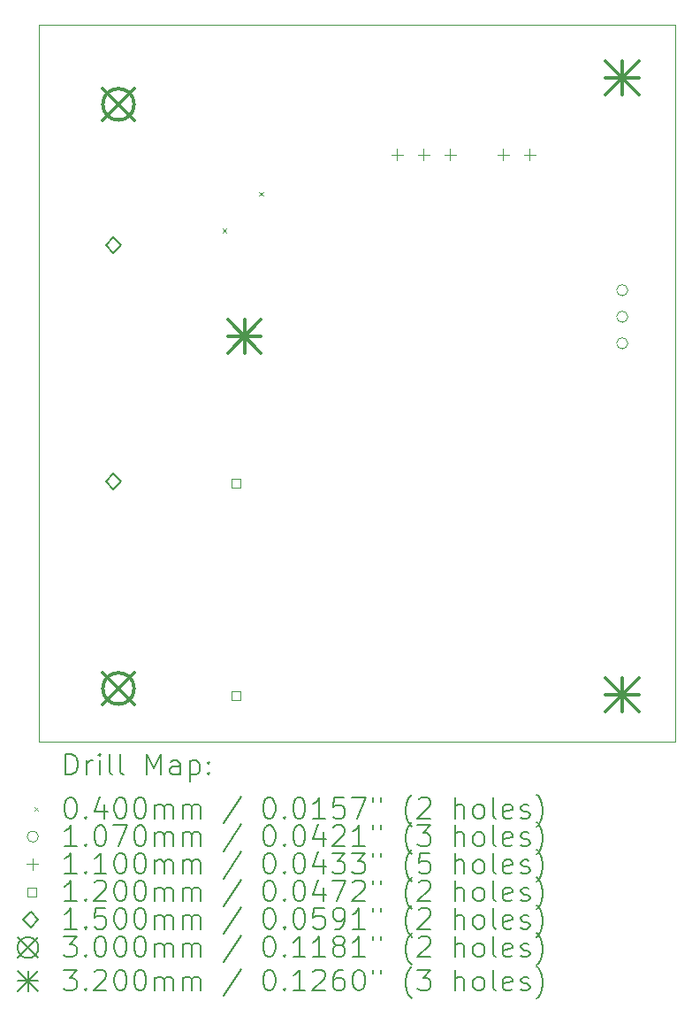
<source format=gbr>
%TF.GenerationSoftware,KiCad,Pcbnew,8.0.0*%
%TF.CreationDate,2024-04-17T18:36:48+02:00*%
%TF.ProjectId,Inverter_Voltage Sensor,496e7665-7274-4657-925f-566f6c746167,rev?*%
%TF.SameCoordinates,Original*%
%TF.FileFunction,Drillmap*%
%TF.FilePolarity,Positive*%
%FSLAX45Y45*%
G04 Gerber Fmt 4.5, Leading zero omitted, Abs format (unit mm)*
G04 Created by KiCad (PCBNEW 8.0.0) date 2024-04-17 18:36:48*
%MOMM*%
%LPD*%
G01*
G04 APERTURE LIST*
%ADD10C,0.100000*%
%ADD11C,0.200000*%
%ADD12C,0.107000*%
%ADD13C,0.110000*%
%ADD14C,0.120000*%
%ADD15C,0.150000*%
%ADD16C,0.300000*%
%ADD17C,0.320000*%
G04 APERTURE END LIST*
D10*
X7620000Y-5588000D02*
X13716000Y-5588000D01*
X13716000Y-12446000D01*
X7620000Y-12446000D01*
X7620000Y-5588000D01*
D11*
D10*
X9378000Y-7536500D02*
X9418000Y-7576500D01*
X9418000Y-7536500D02*
X9378000Y-7576500D01*
X9727250Y-7187250D02*
X9767250Y-7227250D01*
X9767250Y-7187250D02*
X9727250Y-7227250D01*
D12*
X13261500Y-8128000D02*
G75*
G02*
X13154500Y-8128000I-53500J0D01*
G01*
X13154500Y-8128000D02*
G75*
G02*
X13261500Y-8128000I53500J0D01*
G01*
X13261500Y-8382000D02*
G75*
G02*
X13154500Y-8382000I-53500J0D01*
G01*
X13154500Y-8382000D02*
G75*
G02*
X13261500Y-8382000I53500J0D01*
G01*
X13261500Y-8636000D02*
G75*
G02*
X13154500Y-8636000I-53500J0D01*
G01*
X13154500Y-8636000D02*
G75*
G02*
X13261500Y-8636000I53500J0D01*
G01*
D13*
X11049000Y-6776500D02*
X11049000Y-6886500D01*
X10994000Y-6831500D02*
X11104000Y-6831500D01*
X11303000Y-6776500D02*
X11303000Y-6886500D01*
X11248000Y-6831500D02*
X11358000Y-6831500D01*
X11557000Y-6776500D02*
X11557000Y-6886500D01*
X11502000Y-6831500D02*
X11612000Y-6831500D01*
X12065000Y-6776500D02*
X12065000Y-6886500D01*
X12010000Y-6831500D02*
X12120000Y-6831500D01*
X12319000Y-6776500D02*
X12319000Y-6886500D01*
X12264000Y-6831500D02*
X12374000Y-6831500D01*
D14*
X9550957Y-10018209D02*
X9550957Y-9933355D01*
X9466104Y-9933355D01*
X9466104Y-10018209D01*
X9550957Y-10018209D01*
X9550957Y-12050209D02*
X9550957Y-11965355D01*
X9466104Y-11965355D01*
X9466104Y-12050209D01*
X9550957Y-12050209D01*
D15*
X8333912Y-7775088D02*
X8408912Y-7700088D01*
X8333912Y-7625088D01*
X8258912Y-7700088D01*
X8333912Y-7775088D01*
X8333912Y-10035089D02*
X8408912Y-9960089D01*
X8333912Y-9885089D01*
X8258912Y-9960089D01*
X8333912Y-10035089D01*
D16*
X8232000Y-6200000D02*
X8532000Y-6500000D01*
X8532000Y-6200000D02*
X8232000Y-6500000D01*
X8532000Y-6350000D02*
G75*
G02*
X8232000Y-6350000I-150000J0D01*
G01*
X8232000Y-6350000D02*
G75*
G02*
X8532000Y-6350000I150000J0D01*
G01*
X8232000Y-11788000D02*
X8532000Y-12088000D01*
X8532000Y-11788000D02*
X8232000Y-12088000D01*
X8532000Y-11938000D02*
G75*
G02*
X8232000Y-11938000I-150000J0D01*
G01*
X8232000Y-11938000D02*
G75*
G02*
X8532000Y-11938000I150000J0D01*
G01*
D17*
X9428500Y-8412500D02*
X9748500Y-8732500D01*
X9748500Y-8412500D02*
X9428500Y-8732500D01*
X9588500Y-8412500D02*
X9588500Y-8732500D01*
X9428500Y-8572500D02*
X9748500Y-8572500D01*
X13048000Y-5936000D02*
X13368000Y-6256000D01*
X13368000Y-5936000D02*
X13048000Y-6256000D01*
X13208000Y-5936000D02*
X13208000Y-6256000D01*
X13048000Y-6096000D02*
X13368000Y-6096000D01*
X13048000Y-11841500D02*
X13368000Y-12161500D01*
X13368000Y-11841500D02*
X13048000Y-12161500D01*
X13208000Y-11841500D02*
X13208000Y-12161500D01*
X13048000Y-12001500D02*
X13368000Y-12001500D01*
D11*
X7875777Y-12762484D02*
X7875777Y-12562484D01*
X7875777Y-12562484D02*
X7923396Y-12562484D01*
X7923396Y-12562484D02*
X7951967Y-12572008D01*
X7951967Y-12572008D02*
X7971015Y-12591055D01*
X7971015Y-12591055D02*
X7980539Y-12610103D01*
X7980539Y-12610103D02*
X7990062Y-12648198D01*
X7990062Y-12648198D02*
X7990062Y-12676769D01*
X7990062Y-12676769D02*
X7980539Y-12714865D01*
X7980539Y-12714865D02*
X7971015Y-12733912D01*
X7971015Y-12733912D02*
X7951967Y-12752960D01*
X7951967Y-12752960D02*
X7923396Y-12762484D01*
X7923396Y-12762484D02*
X7875777Y-12762484D01*
X8075777Y-12762484D02*
X8075777Y-12629150D01*
X8075777Y-12667246D02*
X8085301Y-12648198D01*
X8085301Y-12648198D02*
X8094824Y-12638674D01*
X8094824Y-12638674D02*
X8113872Y-12629150D01*
X8113872Y-12629150D02*
X8132920Y-12629150D01*
X8199586Y-12762484D02*
X8199586Y-12629150D01*
X8199586Y-12562484D02*
X8190062Y-12572008D01*
X8190062Y-12572008D02*
X8199586Y-12581531D01*
X8199586Y-12581531D02*
X8209110Y-12572008D01*
X8209110Y-12572008D02*
X8199586Y-12562484D01*
X8199586Y-12562484D02*
X8199586Y-12581531D01*
X8323396Y-12762484D02*
X8304348Y-12752960D01*
X8304348Y-12752960D02*
X8294824Y-12733912D01*
X8294824Y-12733912D02*
X8294824Y-12562484D01*
X8428158Y-12762484D02*
X8409110Y-12752960D01*
X8409110Y-12752960D02*
X8399586Y-12733912D01*
X8399586Y-12733912D02*
X8399586Y-12562484D01*
X8656729Y-12762484D02*
X8656729Y-12562484D01*
X8656729Y-12562484D02*
X8723396Y-12705341D01*
X8723396Y-12705341D02*
X8790063Y-12562484D01*
X8790063Y-12562484D02*
X8790063Y-12762484D01*
X8971015Y-12762484D02*
X8971015Y-12657722D01*
X8971015Y-12657722D02*
X8961491Y-12638674D01*
X8961491Y-12638674D02*
X8942444Y-12629150D01*
X8942444Y-12629150D02*
X8904348Y-12629150D01*
X8904348Y-12629150D02*
X8885301Y-12638674D01*
X8971015Y-12752960D02*
X8951967Y-12762484D01*
X8951967Y-12762484D02*
X8904348Y-12762484D01*
X8904348Y-12762484D02*
X8885301Y-12752960D01*
X8885301Y-12752960D02*
X8875777Y-12733912D01*
X8875777Y-12733912D02*
X8875777Y-12714865D01*
X8875777Y-12714865D02*
X8885301Y-12695817D01*
X8885301Y-12695817D02*
X8904348Y-12686293D01*
X8904348Y-12686293D02*
X8951967Y-12686293D01*
X8951967Y-12686293D02*
X8971015Y-12676769D01*
X9066253Y-12629150D02*
X9066253Y-12829150D01*
X9066253Y-12638674D02*
X9085301Y-12629150D01*
X9085301Y-12629150D02*
X9123396Y-12629150D01*
X9123396Y-12629150D02*
X9142444Y-12638674D01*
X9142444Y-12638674D02*
X9151967Y-12648198D01*
X9151967Y-12648198D02*
X9161491Y-12667246D01*
X9161491Y-12667246D02*
X9161491Y-12724388D01*
X9161491Y-12724388D02*
X9151967Y-12743436D01*
X9151967Y-12743436D02*
X9142444Y-12752960D01*
X9142444Y-12752960D02*
X9123396Y-12762484D01*
X9123396Y-12762484D02*
X9085301Y-12762484D01*
X9085301Y-12762484D02*
X9066253Y-12752960D01*
X9247205Y-12743436D02*
X9256729Y-12752960D01*
X9256729Y-12752960D02*
X9247205Y-12762484D01*
X9247205Y-12762484D02*
X9237682Y-12752960D01*
X9237682Y-12752960D02*
X9247205Y-12743436D01*
X9247205Y-12743436D02*
X9247205Y-12762484D01*
X9247205Y-12638674D02*
X9256729Y-12648198D01*
X9256729Y-12648198D02*
X9247205Y-12657722D01*
X9247205Y-12657722D02*
X9237682Y-12648198D01*
X9237682Y-12648198D02*
X9247205Y-12638674D01*
X9247205Y-12638674D02*
X9247205Y-12657722D01*
D10*
X7575000Y-13071000D02*
X7615000Y-13111000D01*
X7615000Y-13071000D02*
X7575000Y-13111000D01*
D11*
X7913872Y-12982484D02*
X7932920Y-12982484D01*
X7932920Y-12982484D02*
X7951967Y-12992008D01*
X7951967Y-12992008D02*
X7961491Y-13001531D01*
X7961491Y-13001531D02*
X7971015Y-13020579D01*
X7971015Y-13020579D02*
X7980539Y-13058674D01*
X7980539Y-13058674D02*
X7980539Y-13106293D01*
X7980539Y-13106293D02*
X7971015Y-13144388D01*
X7971015Y-13144388D02*
X7961491Y-13163436D01*
X7961491Y-13163436D02*
X7951967Y-13172960D01*
X7951967Y-13172960D02*
X7932920Y-13182484D01*
X7932920Y-13182484D02*
X7913872Y-13182484D01*
X7913872Y-13182484D02*
X7894824Y-13172960D01*
X7894824Y-13172960D02*
X7885301Y-13163436D01*
X7885301Y-13163436D02*
X7875777Y-13144388D01*
X7875777Y-13144388D02*
X7866253Y-13106293D01*
X7866253Y-13106293D02*
X7866253Y-13058674D01*
X7866253Y-13058674D02*
X7875777Y-13020579D01*
X7875777Y-13020579D02*
X7885301Y-13001531D01*
X7885301Y-13001531D02*
X7894824Y-12992008D01*
X7894824Y-12992008D02*
X7913872Y-12982484D01*
X8066253Y-13163436D02*
X8075777Y-13172960D01*
X8075777Y-13172960D02*
X8066253Y-13182484D01*
X8066253Y-13182484D02*
X8056729Y-13172960D01*
X8056729Y-13172960D02*
X8066253Y-13163436D01*
X8066253Y-13163436D02*
X8066253Y-13182484D01*
X8247205Y-13049150D02*
X8247205Y-13182484D01*
X8199586Y-12972960D02*
X8151967Y-13115817D01*
X8151967Y-13115817D02*
X8275777Y-13115817D01*
X8390063Y-12982484D02*
X8409110Y-12982484D01*
X8409110Y-12982484D02*
X8428158Y-12992008D01*
X8428158Y-12992008D02*
X8437682Y-13001531D01*
X8437682Y-13001531D02*
X8447205Y-13020579D01*
X8447205Y-13020579D02*
X8456729Y-13058674D01*
X8456729Y-13058674D02*
X8456729Y-13106293D01*
X8456729Y-13106293D02*
X8447205Y-13144388D01*
X8447205Y-13144388D02*
X8437682Y-13163436D01*
X8437682Y-13163436D02*
X8428158Y-13172960D01*
X8428158Y-13172960D02*
X8409110Y-13182484D01*
X8409110Y-13182484D02*
X8390063Y-13182484D01*
X8390063Y-13182484D02*
X8371015Y-13172960D01*
X8371015Y-13172960D02*
X8361491Y-13163436D01*
X8361491Y-13163436D02*
X8351967Y-13144388D01*
X8351967Y-13144388D02*
X8342443Y-13106293D01*
X8342443Y-13106293D02*
X8342443Y-13058674D01*
X8342443Y-13058674D02*
X8351967Y-13020579D01*
X8351967Y-13020579D02*
X8361491Y-13001531D01*
X8361491Y-13001531D02*
X8371015Y-12992008D01*
X8371015Y-12992008D02*
X8390063Y-12982484D01*
X8580539Y-12982484D02*
X8599586Y-12982484D01*
X8599586Y-12982484D02*
X8618634Y-12992008D01*
X8618634Y-12992008D02*
X8628158Y-13001531D01*
X8628158Y-13001531D02*
X8637682Y-13020579D01*
X8637682Y-13020579D02*
X8647205Y-13058674D01*
X8647205Y-13058674D02*
X8647205Y-13106293D01*
X8647205Y-13106293D02*
X8637682Y-13144388D01*
X8637682Y-13144388D02*
X8628158Y-13163436D01*
X8628158Y-13163436D02*
X8618634Y-13172960D01*
X8618634Y-13172960D02*
X8599586Y-13182484D01*
X8599586Y-13182484D02*
X8580539Y-13182484D01*
X8580539Y-13182484D02*
X8561491Y-13172960D01*
X8561491Y-13172960D02*
X8551967Y-13163436D01*
X8551967Y-13163436D02*
X8542444Y-13144388D01*
X8542444Y-13144388D02*
X8532920Y-13106293D01*
X8532920Y-13106293D02*
X8532920Y-13058674D01*
X8532920Y-13058674D02*
X8542444Y-13020579D01*
X8542444Y-13020579D02*
X8551967Y-13001531D01*
X8551967Y-13001531D02*
X8561491Y-12992008D01*
X8561491Y-12992008D02*
X8580539Y-12982484D01*
X8732920Y-13182484D02*
X8732920Y-13049150D01*
X8732920Y-13068198D02*
X8742444Y-13058674D01*
X8742444Y-13058674D02*
X8761491Y-13049150D01*
X8761491Y-13049150D02*
X8790063Y-13049150D01*
X8790063Y-13049150D02*
X8809110Y-13058674D01*
X8809110Y-13058674D02*
X8818634Y-13077722D01*
X8818634Y-13077722D02*
X8818634Y-13182484D01*
X8818634Y-13077722D02*
X8828158Y-13058674D01*
X8828158Y-13058674D02*
X8847205Y-13049150D01*
X8847205Y-13049150D02*
X8875777Y-13049150D01*
X8875777Y-13049150D02*
X8894825Y-13058674D01*
X8894825Y-13058674D02*
X8904348Y-13077722D01*
X8904348Y-13077722D02*
X8904348Y-13182484D01*
X8999586Y-13182484D02*
X8999586Y-13049150D01*
X8999586Y-13068198D02*
X9009110Y-13058674D01*
X9009110Y-13058674D02*
X9028158Y-13049150D01*
X9028158Y-13049150D02*
X9056729Y-13049150D01*
X9056729Y-13049150D02*
X9075777Y-13058674D01*
X9075777Y-13058674D02*
X9085301Y-13077722D01*
X9085301Y-13077722D02*
X9085301Y-13182484D01*
X9085301Y-13077722D02*
X9094825Y-13058674D01*
X9094825Y-13058674D02*
X9113872Y-13049150D01*
X9113872Y-13049150D02*
X9142444Y-13049150D01*
X9142444Y-13049150D02*
X9161491Y-13058674D01*
X9161491Y-13058674D02*
X9171015Y-13077722D01*
X9171015Y-13077722D02*
X9171015Y-13182484D01*
X9561491Y-12972960D02*
X9390063Y-13230103D01*
X9818634Y-12982484D02*
X9837682Y-12982484D01*
X9837682Y-12982484D02*
X9856729Y-12992008D01*
X9856729Y-12992008D02*
X9866253Y-13001531D01*
X9866253Y-13001531D02*
X9875777Y-13020579D01*
X9875777Y-13020579D02*
X9885301Y-13058674D01*
X9885301Y-13058674D02*
X9885301Y-13106293D01*
X9885301Y-13106293D02*
X9875777Y-13144388D01*
X9875777Y-13144388D02*
X9866253Y-13163436D01*
X9866253Y-13163436D02*
X9856729Y-13172960D01*
X9856729Y-13172960D02*
X9837682Y-13182484D01*
X9837682Y-13182484D02*
X9818634Y-13182484D01*
X9818634Y-13182484D02*
X9799587Y-13172960D01*
X9799587Y-13172960D02*
X9790063Y-13163436D01*
X9790063Y-13163436D02*
X9780539Y-13144388D01*
X9780539Y-13144388D02*
X9771015Y-13106293D01*
X9771015Y-13106293D02*
X9771015Y-13058674D01*
X9771015Y-13058674D02*
X9780539Y-13020579D01*
X9780539Y-13020579D02*
X9790063Y-13001531D01*
X9790063Y-13001531D02*
X9799587Y-12992008D01*
X9799587Y-12992008D02*
X9818634Y-12982484D01*
X9971015Y-13163436D02*
X9980539Y-13172960D01*
X9980539Y-13172960D02*
X9971015Y-13182484D01*
X9971015Y-13182484D02*
X9961491Y-13172960D01*
X9961491Y-13172960D02*
X9971015Y-13163436D01*
X9971015Y-13163436D02*
X9971015Y-13182484D01*
X10104348Y-12982484D02*
X10123396Y-12982484D01*
X10123396Y-12982484D02*
X10142444Y-12992008D01*
X10142444Y-12992008D02*
X10151968Y-13001531D01*
X10151968Y-13001531D02*
X10161491Y-13020579D01*
X10161491Y-13020579D02*
X10171015Y-13058674D01*
X10171015Y-13058674D02*
X10171015Y-13106293D01*
X10171015Y-13106293D02*
X10161491Y-13144388D01*
X10161491Y-13144388D02*
X10151968Y-13163436D01*
X10151968Y-13163436D02*
X10142444Y-13172960D01*
X10142444Y-13172960D02*
X10123396Y-13182484D01*
X10123396Y-13182484D02*
X10104348Y-13182484D01*
X10104348Y-13182484D02*
X10085301Y-13172960D01*
X10085301Y-13172960D02*
X10075777Y-13163436D01*
X10075777Y-13163436D02*
X10066253Y-13144388D01*
X10066253Y-13144388D02*
X10056729Y-13106293D01*
X10056729Y-13106293D02*
X10056729Y-13058674D01*
X10056729Y-13058674D02*
X10066253Y-13020579D01*
X10066253Y-13020579D02*
X10075777Y-13001531D01*
X10075777Y-13001531D02*
X10085301Y-12992008D01*
X10085301Y-12992008D02*
X10104348Y-12982484D01*
X10361491Y-13182484D02*
X10247206Y-13182484D01*
X10304348Y-13182484D02*
X10304348Y-12982484D01*
X10304348Y-12982484D02*
X10285301Y-13011055D01*
X10285301Y-13011055D02*
X10266253Y-13030103D01*
X10266253Y-13030103D02*
X10247206Y-13039627D01*
X10542444Y-12982484D02*
X10447206Y-12982484D01*
X10447206Y-12982484D02*
X10437682Y-13077722D01*
X10437682Y-13077722D02*
X10447206Y-13068198D01*
X10447206Y-13068198D02*
X10466253Y-13058674D01*
X10466253Y-13058674D02*
X10513872Y-13058674D01*
X10513872Y-13058674D02*
X10532920Y-13068198D01*
X10532920Y-13068198D02*
X10542444Y-13077722D01*
X10542444Y-13077722D02*
X10551968Y-13096769D01*
X10551968Y-13096769D02*
X10551968Y-13144388D01*
X10551968Y-13144388D02*
X10542444Y-13163436D01*
X10542444Y-13163436D02*
X10532920Y-13172960D01*
X10532920Y-13172960D02*
X10513872Y-13182484D01*
X10513872Y-13182484D02*
X10466253Y-13182484D01*
X10466253Y-13182484D02*
X10447206Y-13172960D01*
X10447206Y-13172960D02*
X10437682Y-13163436D01*
X10618634Y-12982484D02*
X10751968Y-12982484D01*
X10751968Y-12982484D02*
X10666253Y-13182484D01*
X10818634Y-12982484D02*
X10818634Y-13020579D01*
X10894825Y-12982484D02*
X10894825Y-13020579D01*
X11190063Y-13258674D02*
X11180539Y-13249150D01*
X11180539Y-13249150D02*
X11161491Y-13220579D01*
X11161491Y-13220579D02*
X11151968Y-13201531D01*
X11151968Y-13201531D02*
X11142444Y-13172960D01*
X11142444Y-13172960D02*
X11132920Y-13125341D01*
X11132920Y-13125341D02*
X11132920Y-13087246D01*
X11132920Y-13087246D02*
X11142444Y-13039627D01*
X11142444Y-13039627D02*
X11151968Y-13011055D01*
X11151968Y-13011055D02*
X11161491Y-12992008D01*
X11161491Y-12992008D02*
X11180539Y-12963436D01*
X11180539Y-12963436D02*
X11190063Y-12953912D01*
X11256729Y-13001531D02*
X11266253Y-12992008D01*
X11266253Y-12992008D02*
X11285301Y-12982484D01*
X11285301Y-12982484D02*
X11332920Y-12982484D01*
X11332920Y-12982484D02*
X11351968Y-12992008D01*
X11351968Y-12992008D02*
X11361491Y-13001531D01*
X11361491Y-13001531D02*
X11371015Y-13020579D01*
X11371015Y-13020579D02*
X11371015Y-13039627D01*
X11371015Y-13039627D02*
X11361491Y-13068198D01*
X11361491Y-13068198D02*
X11247206Y-13182484D01*
X11247206Y-13182484D02*
X11371015Y-13182484D01*
X11609110Y-13182484D02*
X11609110Y-12982484D01*
X11694825Y-13182484D02*
X11694825Y-13077722D01*
X11694825Y-13077722D02*
X11685301Y-13058674D01*
X11685301Y-13058674D02*
X11666253Y-13049150D01*
X11666253Y-13049150D02*
X11637682Y-13049150D01*
X11637682Y-13049150D02*
X11618634Y-13058674D01*
X11618634Y-13058674D02*
X11609110Y-13068198D01*
X11818634Y-13182484D02*
X11799587Y-13172960D01*
X11799587Y-13172960D02*
X11790063Y-13163436D01*
X11790063Y-13163436D02*
X11780539Y-13144388D01*
X11780539Y-13144388D02*
X11780539Y-13087246D01*
X11780539Y-13087246D02*
X11790063Y-13068198D01*
X11790063Y-13068198D02*
X11799587Y-13058674D01*
X11799587Y-13058674D02*
X11818634Y-13049150D01*
X11818634Y-13049150D02*
X11847206Y-13049150D01*
X11847206Y-13049150D02*
X11866253Y-13058674D01*
X11866253Y-13058674D02*
X11875777Y-13068198D01*
X11875777Y-13068198D02*
X11885301Y-13087246D01*
X11885301Y-13087246D02*
X11885301Y-13144388D01*
X11885301Y-13144388D02*
X11875777Y-13163436D01*
X11875777Y-13163436D02*
X11866253Y-13172960D01*
X11866253Y-13172960D02*
X11847206Y-13182484D01*
X11847206Y-13182484D02*
X11818634Y-13182484D01*
X11999587Y-13182484D02*
X11980539Y-13172960D01*
X11980539Y-13172960D02*
X11971015Y-13153912D01*
X11971015Y-13153912D02*
X11971015Y-12982484D01*
X12151968Y-13172960D02*
X12132920Y-13182484D01*
X12132920Y-13182484D02*
X12094825Y-13182484D01*
X12094825Y-13182484D02*
X12075777Y-13172960D01*
X12075777Y-13172960D02*
X12066253Y-13153912D01*
X12066253Y-13153912D02*
X12066253Y-13077722D01*
X12066253Y-13077722D02*
X12075777Y-13058674D01*
X12075777Y-13058674D02*
X12094825Y-13049150D01*
X12094825Y-13049150D02*
X12132920Y-13049150D01*
X12132920Y-13049150D02*
X12151968Y-13058674D01*
X12151968Y-13058674D02*
X12161491Y-13077722D01*
X12161491Y-13077722D02*
X12161491Y-13096769D01*
X12161491Y-13096769D02*
X12066253Y-13115817D01*
X12237682Y-13172960D02*
X12256730Y-13182484D01*
X12256730Y-13182484D02*
X12294825Y-13182484D01*
X12294825Y-13182484D02*
X12313872Y-13172960D01*
X12313872Y-13172960D02*
X12323396Y-13153912D01*
X12323396Y-13153912D02*
X12323396Y-13144388D01*
X12323396Y-13144388D02*
X12313872Y-13125341D01*
X12313872Y-13125341D02*
X12294825Y-13115817D01*
X12294825Y-13115817D02*
X12266253Y-13115817D01*
X12266253Y-13115817D02*
X12247206Y-13106293D01*
X12247206Y-13106293D02*
X12237682Y-13087246D01*
X12237682Y-13087246D02*
X12237682Y-13077722D01*
X12237682Y-13077722D02*
X12247206Y-13058674D01*
X12247206Y-13058674D02*
X12266253Y-13049150D01*
X12266253Y-13049150D02*
X12294825Y-13049150D01*
X12294825Y-13049150D02*
X12313872Y-13058674D01*
X12390063Y-13258674D02*
X12399587Y-13249150D01*
X12399587Y-13249150D02*
X12418634Y-13220579D01*
X12418634Y-13220579D02*
X12428158Y-13201531D01*
X12428158Y-13201531D02*
X12437682Y-13172960D01*
X12437682Y-13172960D02*
X12447206Y-13125341D01*
X12447206Y-13125341D02*
X12447206Y-13087246D01*
X12447206Y-13087246D02*
X12437682Y-13039627D01*
X12437682Y-13039627D02*
X12428158Y-13011055D01*
X12428158Y-13011055D02*
X12418634Y-12992008D01*
X12418634Y-12992008D02*
X12399587Y-12963436D01*
X12399587Y-12963436D02*
X12390063Y-12953912D01*
D12*
X7615000Y-13355000D02*
G75*
G02*
X7508000Y-13355000I-53500J0D01*
G01*
X7508000Y-13355000D02*
G75*
G02*
X7615000Y-13355000I53500J0D01*
G01*
D11*
X7980539Y-13446484D02*
X7866253Y-13446484D01*
X7923396Y-13446484D02*
X7923396Y-13246484D01*
X7923396Y-13246484D02*
X7904348Y-13275055D01*
X7904348Y-13275055D02*
X7885301Y-13294103D01*
X7885301Y-13294103D02*
X7866253Y-13303627D01*
X8066253Y-13427436D02*
X8075777Y-13436960D01*
X8075777Y-13436960D02*
X8066253Y-13446484D01*
X8066253Y-13446484D02*
X8056729Y-13436960D01*
X8056729Y-13436960D02*
X8066253Y-13427436D01*
X8066253Y-13427436D02*
X8066253Y-13446484D01*
X8199586Y-13246484D02*
X8218634Y-13246484D01*
X8218634Y-13246484D02*
X8237682Y-13256008D01*
X8237682Y-13256008D02*
X8247205Y-13265531D01*
X8247205Y-13265531D02*
X8256729Y-13284579D01*
X8256729Y-13284579D02*
X8266253Y-13322674D01*
X8266253Y-13322674D02*
X8266253Y-13370293D01*
X8266253Y-13370293D02*
X8256729Y-13408388D01*
X8256729Y-13408388D02*
X8247205Y-13427436D01*
X8247205Y-13427436D02*
X8237682Y-13436960D01*
X8237682Y-13436960D02*
X8218634Y-13446484D01*
X8218634Y-13446484D02*
X8199586Y-13446484D01*
X8199586Y-13446484D02*
X8180539Y-13436960D01*
X8180539Y-13436960D02*
X8171015Y-13427436D01*
X8171015Y-13427436D02*
X8161491Y-13408388D01*
X8161491Y-13408388D02*
X8151967Y-13370293D01*
X8151967Y-13370293D02*
X8151967Y-13322674D01*
X8151967Y-13322674D02*
X8161491Y-13284579D01*
X8161491Y-13284579D02*
X8171015Y-13265531D01*
X8171015Y-13265531D02*
X8180539Y-13256008D01*
X8180539Y-13256008D02*
X8199586Y-13246484D01*
X8332920Y-13246484D02*
X8466253Y-13246484D01*
X8466253Y-13246484D02*
X8380539Y-13446484D01*
X8580539Y-13246484D02*
X8599586Y-13246484D01*
X8599586Y-13246484D02*
X8618634Y-13256008D01*
X8618634Y-13256008D02*
X8628158Y-13265531D01*
X8628158Y-13265531D02*
X8637682Y-13284579D01*
X8637682Y-13284579D02*
X8647205Y-13322674D01*
X8647205Y-13322674D02*
X8647205Y-13370293D01*
X8647205Y-13370293D02*
X8637682Y-13408388D01*
X8637682Y-13408388D02*
X8628158Y-13427436D01*
X8628158Y-13427436D02*
X8618634Y-13436960D01*
X8618634Y-13436960D02*
X8599586Y-13446484D01*
X8599586Y-13446484D02*
X8580539Y-13446484D01*
X8580539Y-13446484D02*
X8561491Y-13436960D01*
X8561491Y-13436960D02*
X8551967Y-13427436D01*
X8551967Y-13427436D02*
X8542444Y-13408388D01*
X8542444Y-13408388D02*
X8532920Y-13370293D01*
X8532920Y-13370293D02*
X8532920Y-13322674D01*
X8532920Y-13322674D02*
X8542444Y-13284579D01*
X8542444Y-13284579D02*
X8551967Y-13265531D01*
X8551967Y-13265531D02*
X8561491Y-13256008D01*
X8561491Y-13256008D02*
X8580539Y-13246484D01*
X8732920Y-13446484D02*
X8732920Y-13313150D01*
X8732920Y-13332198D02*
X8742444Y-13322674D01*
X8742444Y-13322674D02*
X8761491Y-13313150D01*
X8761491Y-13313150D02*
X8790063Y-13313150D01*
X8790063Y-13313150D02*
X8809110Y-13322674D01*
X8809110Y-13322674D02*
X8818634Y-13341722D01*
X8818634Y-13341722D02*
X8818634Y-13446484D01*
X8818634Y-13341722D02*
X8828158Y-13322674D01*
X8828158Y-13322674D02*
X8847205Y-13313150D01*
X8847205Y-13313150D02*
X8875777Y-13313150D01*
X8875777Y-13313150D02*
X8894825Y-13322674D01*
X8894825Y-13322674D02*
X8904348Y-13341722D01*
X8904348Y-13341722D02*
X8904348Y-13446484D01*
X8999586Y-13446484D02*
X8999586Y-13313150D01*
X8999586Y-13332198D02*
X9009110Y-13322674D01*
X9009110Y-13322674D02*
X9028158Y-13313150D01*
X9028158Y-13313150D02*
X9056729Y-13313150D01*
X9056729Y-13313150D02*
X9075777Y-13322674D01*
X9075777Y-13322674D02*
X9085301Y-13341722D01*
X9085301Y-13341722D02*
X9085301Y-13446484D01*
X9085301Y-13341722D02*
X9094825Y-13322674D01*
X9094825Y-13322674D02*
X9113872Y-13313150D01*
X9113872Y-13313150D02*
X9142444Y-13313150D01*
X9142444Y-13313150D02*
X9161491Y-13322674D01*
X9161491Y-13322674D02*
X9171015Y-13341722D01*
X9171015Y-13341722D02*
X9171015Y-13446484D01*
X9561491Y-13236960D02*
X9390063Y-13494103D01*
X9818634Y-13246484D02*
X9837682Y-13246484D01*
X9837682Y-13246484D02*
X9856729Y-13256008D01*
X9856729Y-13256008D02*
X9866253Y-13265531D01*
X9866253Y-13265531D02*
X9875777Y-13284579D01*
X9875777Y-13284579D02*
X9885301Y-13322674D01*
X9885301Y-13322674D02*
X9885301Y-13370293D01*
X9885301Y-13370293D02*
X9875777Y-13408388D01*
X9875777Y-13408388D02*
X9866253Y-13427436D01*
X9866253Y-13427436D02*
X9856729Y-13436960D01*
X9856729Y-13436960D02*
X9837682Y-13446484D01*
X9837682Y-13446484D02*
X9818634Y-13446484D01*
X9818634Y-13446484D02*
X9799587Y-13436960D01*
X9799587Y-13436960D02*
X9790063Y-13427436D01*
X9790063Y-13427436D02*
X9780539Y-13408388D01*
X9780539Y-13408388D02*
X9771015Y-13370293D01*
X9771015Y-13370293D02*
X9771015Y-13322674D01*
X9771015Y-13322674D02*
X9780539Y-13284579D01*
X9780539Y-13284579D02*
X9790063Y-13265531D01*
X9790063Y-13265531D02*
X9799587Y-13256008D01*
X9799587Y-13256008D02*
X9818634Y-13246484D01*
X9971015Y-13427436D02*
X9980539Y-13436960D01*
X9980539Y-13436960D02*
X9971015Y-13446484D01*
X9971015Y-13446484D02*
X9961491Y-13436960D01*
X9961491Y-13436960D02*
X9971015Y-13427436D01*
X9971015Y-13427436D02*
X9971015Y-13446484D01*
X10104348Y-13246484D02*
X10123396Y-13246484D01*
X10123396Y-13246484D02*
X10142444Y-13256008D01*
X10142444Y-13256008D02*
X10151968Y-13265531D01*
X10151968Y-13265531D02*
X10161491Y-13284579D01*
X10161491Y-13284579D02*
X10171015Y-13322674D01*
X10171015Y-13322674D02*
X10171015Y-13370293D01*
X10171015Y-13370293D02*
X10161491Y-13408388D01*
X10161491Y-13408388D02*
X10151968Y-13427436D01*
X10151968Y-13427436D02*
X10142444Y-13436960D01*
X10142444Y-13436960D02*
X10123396Y-13446484D01*
X10123396Y-13446484D02*
X10104348Y-13446484D01*
X10104348Y-13446484D02*
X10085301Y-13436960D01*
X10085301Y-13436960D02*
X10075777Y-13427436D01*
X10075777Y-13427436D02*
X10066253Y-13408388D01*
X10066253Y-13408388D02*
X10056729Y-13370293D01*
X10056729Y-13370293D02*
X10056729Y-13322674D01*
X10056729Y-13322674D02*
X10066253Y-13284579D01*
X10066253Y-13284579D02*
X10075777Y-13265531D01*
X10075777Y-13265531D02*
X10085301Y-13256008D01*
X10085301Y-13256008D02*
X10104348Y-13246484D01*
X10342444Y-13313150D02*
X10342444Y-13446484D01*
X10294825Y-13236960D02*
X10247206Y-13379817D01*
X10247206Y-13379817D02*
X10371015Y-13379817D01*
X10437682Y-13265531D02*
X10447206Y-13256008D01*
X10447206Y-13256008D02*
X10466253Y-13246484D01*
X10466253Y-13246484D02*
X10513872Y-13246484D01*
X10513872Y-13246484D02*
X10532920Y-13256008D01*
X10532920Y-13256008D02*
X10542444Y-13265531D01*
X10542444Y-13265531D02*
X10551968Y-13284579D01*
X10551968Y-13284579D02*
X10551968Y-13303627D01*
X10551968Y-13303627D02*
X10542444Y-13332198D01*
X10542444Y-13332198D02*
X10428158Y-13446484D01*
X10428158Y-13446484D02*
X10551968Y-13446484D01*
X10742444Y-13446484D02*
X10628158Y-13446484D01*
X10685301Y-13446484D02*
X10685301Y-13246484D01*
X10685301Y-13246484D02*
X10666253Y-13275055D01*
X10666253Y-13275055D02*
X10647206Y-13294103D01*
X10647206Y-13294103D02*
X10628158Y-13303627D01*
X10818634Y-13246484D02*
X10818634Y-13284579D01*
X10894825Y-13246484D02*
X10894825Y-13284579D01*
X11190063Y-13522674D02*
X11180539Y-13513150D01*
X11180539Y-13513150D02*
X11161491Y-13484579D01*
X11161491Y-13484579D02*
X11151968Y-13465531D01*
X11151968Y-13465531D02*
X11142444Y-13436960D01*
X11142444Y-13436960D02*
X11132920Y-13389341D01*
X11132920Y-13389341D02*
X11132920Y-13351246D01*
X11132920Y-13351246D02*
X11142444Y-13303627D01*
X11142444Y-13303627D02*
X11151968Y-13275055D01*
X11151968Y-13275055D02*
X11161491Y-13256008D01*
X11161491Y-13256008D02*
X11180539Y-13227436D01*
X11180539Y-13227436D02*
X11190063Y-13217912D01*
X11247206Y-13246484D02*
X11371015Y-13246484D01*
X11371015Y-13246484D02*
X11304348Y-13322674D01*
X11304348Y-13322674D02*
X11332920Y-13322674D01*
X11332920Y-13322674D02*
X11351968Y-13332198D01*
X11351968Y-13332198D02*
X11361491Y-13341722D01*
X11361491Y-13341722D02*
X11371015Y-13360769D01*
X11371015Y-13360769D02*
X11371015Y-13408388D01*
X11371015Y-13408388D02*
X11361491Y-13427436D01*
X11361491Y-13427436D02*
X11351968Y-13436960D01*
X11351968Y-13436960D02*
X11332920Y-13446484D01*
X11332920Y-13446484D02*
X11275777Y-13446484D01*
X11275777Y-13446484D02*
X11256729Y-13436960D01*
X11256729Y-13436960D02*
X11247206Y-13427436D01*
X11609110Y-13446484D02*
X11609110Y-13246484D01*
X11694825Y-13446484D02*
X11694825Y-13341722D01*
X11694825Y-13341722D02*
X11685301Y-13322674D01*
X11685301Y-13322674D02*
X11666253Y-13313150D01*
X11666253Y-13313150D02*
X11637682Y-13313150D01*
X11637682Y-13313150D02*
X11618634Y-13322674D01*
X11618634Y-13322674D02*
X11609110Y-13332198D01*
X11818634Y-13446484D02*
X11799587Y-13436960D01*
X11799587Y-13436960D02*
X11790063Y-13427436D01*
X11790063Y-13427436D02*
X11780539Y-13408388D01*
X11780539Y-13408388D02*
X11780539Y-13351246D01*
X11780539Y-13351246D02*
X11790063Y-13332198D01*
X11790063Y-13332198D02*
X11799587Y-13322674D01*
X11799587Y-13322674D02*
X11818634Y-13313150D01*
X11818634Y-13313150D02*
X11847206Y-13313150D01*
X11847206Y-13313150D02*
X11866253Y-13322674D01*
X11866253Y-13322674D02*
X11875777Y-13332198D01*
X11875777Y-13332198D02*
X11885301Y-13351246D01*
X11885301Y-13351246D02*
X11885301Y-13408388D01*
X11885301Y-13408388D02*
X11875777Y-13427436D01*
X11875777Y-13427436D02*
X11866253Y-13436960D01*
X11866253Y-13436960D02*
X11847206Y-13446484D01*
X11847206Y-13446484D02*
X11818634Y-13446484D01*
X11999587Y-13446484D02*
X11980539Y-13436960D01*
X11980539Y-13436960D02*
X11971015Y-13417912D01*
X11971015Y-13417912D02*
X11971015Y-13246484D01*
X12151968Y-13436960D02*
X12132920Y-13446484D01*
X12132920Y-13446484D02*
X12094825Y-13446484D01*
X12094825Y-13446484D02*
X12075777Y-13436960D01*
X12075777Y-13436960D02*
X12066253Y-13417912D01*
X12066253Y-13417912D02*
X12066253Y-13341722D01*
X12066253Y-13341722D02*
X12075777Y-13322674D01*
X12075777Y-13322674D02*
X12094825Y-13313150D01*
X12094825Y-13313150D02*
X12132920Y-13313150D01*
X12132920Y-13313150D02*
X12151968Y-13322674D01*
X12151968Y-13322674D02*
X12161491Y-13341722D01*
X12161491Y-13341722D02*
X12161491Y-13360769D01*
X12161491Y-13360769D02*
X12066253Y-13379817D01*
X12237682Y-13436960D02*
X12256730Y-13446484D01*
X12256730Y-13446484D02*
X12294825Y-13446484D01*
X12294825Y-13446484D02*
X12313872Y-13436960D01*
X12313872Y-13436960D02*
X12323396Y-13417912D01*
X12323396Y-13417912D02*
X12323396Y-13408388D01*
X12323396Y-13408388D02*
X12313872Y-13389341D01*
X12313872Y-13389341D02*
X12294825Y-13379817D01*
X12294825Y-13379817D02*
X12266253Y-13379817D01*
X12266253Y-13379817D02*
X12247206Y-13370293D01*
X12247206Y-13370293D02*
X12237682Y-13351246D01*
X12237682Y-13351246D02*
X12237682Y-13341722D01*
X12237682Y-13341722D02*
X12247206Y-13322674D01*
X12247206Y-13322674D02*
X12266253Y-13313150D01*
X12266253Y-13313150D02*
X12294825Y-13313150D01*
X12294825Y-13313150D02*
X12313872Y-13322674D01*
X12390063Y-13522674D02*
X12399587Y-13513150D01*
X12399587Y-13513150D02*
X12418634Y-13484579D01*
X12418634Y-13484579D02*
X12428158Y-13465531D01*
X12428158Y-13465531D02*
X12437682Y-13436960D01*
X12437682Y-13436960D02*
X12447206Y-13389341D01*
X12447206Y-13389341D02*
X12447206Y-13351246D01*
X12447206Y-13351246D02*
X12437682Y-13303627D01*
X12437682Y-13303627D02*
X12428158Y-13275055D01*
X12428158Y-13275055D02*
X12418634Y-13256008D01*
X12418634Y-13256008D02*
X12399587Y-13227436D01*
X12399587Y-13227436D02*
X12390063Y-13217912D01*
D13*
X7560000Y-13564000D02*
X7560000Y-13674000D01*
X7505000Y-13619000D02*
X7615000Y-13619000D01*
D11*
X7980539Y-13710484D02*
X7866253Y-13710484D01*
X7923396Y-13710484D02*
X7923396Y-13510484D01*
X7923396Y-13510484D02*
X7904348Y-13539055D01*
X7904348Y-13539055D02*
X7885301Y-13558103D01*
X7885301Y-13558103D02*
X7866253Y-13567627D01*
X8066253Y-13691436D02*
X8075777Y-13700960D01*
X8075777Y-13700960D02*
X8066253Y-13710484D01*
X8066253Y-13710484D02*
X8056729Y-13700960D01*
X8056729Y-13700960D02*
X8066253Y-13691436D01*
X8066253Y-13691436D02*
X8066253Y-13710484D01*
X8266253Y-13710484D02*
X8151967Y-13710484D01*
X8209110Y-13710484D02*
X8209110Y-13510484D01*
X8209110Y-13510484D02*
X8190062Y-13539055D01*
X8190062Y-13539055D02*
X8171015Y-13558103D01*
X8171015Y-13558103D02*
X8151967Y-13567627D01*
X8390063Y-13510484D02*
X8409110Y-13510484D01*
X8409110Y-13510484D02*
X8428158Y-13520008D01*
X8428158Y-13520008D02*
X8437682Y-13529531D01*
X8437682Y-13529531D02*
X8447205Y-13548579D01*
X8447205Y-13548579D02*
X8456729Y-13586674D01*
X8456729Y-13586674D02*
X8456729Y-13634293D01*
X8456729Y-13634293D02*
X8447205Y-13672388D01*
X8447205Y-13672388D02*
X8437682Y-13691436D01*
X8437682Y-13691436D02*
X8428158Y-13700960D01*
X8428158Y-13700960D02*
X8409110Y-13710484D01*
X8409110Y-13710484D02*
X8390063Y-13710484D01*
X8390063Y-13710484D02*
X8371015Y-13700960D01*
X8371015Y-13700960D02*
X8361491Y-13691436D01*
X8361491Y-13691436D02*
X8351967Y-13672388D01*
X8351967Y-13672388D02*
X8342443Y-13634293D01*
X8342443Y-13634293D02*
X8342443Y-13586674D01*
X8342443Y-13586674D02*
X8351967Y-13548579D01*
X8351967Y-13548579D02*
X8361491Y-13529531D01*
X8361491Y-13529531D02*
X8371015Y-13520008D01*
X8371015Y-13520008D02*
X8390063Y-13510484D01*
X8580539Y-13510484D02*
X8599586Y-13510484D01*
X8599586Y-13510484D02*
X8618634Y-13520008D01*
X8618634Y-13520008D02*
X8628158Y-13529531D01*
X8628158Y-13529531D02*
X8637682Y-13548579D01*
X8637682Y-13548579D02*
X8647205Y-13586674D01*
X8647205Y-13586674D02*
X8647205Y-13634293D01*
X8647205Y-13634293D02*
X8637682Y-13672388D01*
X8637682Y-13672388D02*
X8628158Y-13691436D01*
X8628158Y-13691436D02*
X8618634Y-13700960D01*
X8618634Y-13700960D02*
X8599586Y-13710484D01*
X8599586Y-13710484D02*
X8580539Y-13710484D01*
X8580539Y-13710484D02*
X8561491Y-13700960D01*
X8561491Y-13700960D02*
X8551967Y-13691436D01*
X8551967Y-13691436D02*
X8542444Y-13672388D01*
X8542444Y-13672388D02*
X8532920Y-13634293D01*
X8532920Y-13634293D02*
X8532920Y-13586674D01*
X8532920Y-13586674D02*
X8542444Y-13548579D01*
X8542444Y-13548579D02*
X8551967Y-13529531D01*
X8551967Y-13529531D02*
X8561491Y-13520008D01*
X8561491Y-13520008D02*
X8580539Y-13510484D01*
X8732920Y-13710484D02*
X8732920Y-13577150D01*
X8732920Y-13596198D02*
X8742444Y-13586674D01*
X8742444Y-13586674D02*
X8761491Y-13577150D01*
X8761491Y-13577150D02*
X8790063Y-13577150D01*
X8790063Y-13577150D02*
X8809110Y-13586674D01*
X8809110Y-13586674D02*
X8818634Y-13605722D01*
X8818634Y-13605722D02*
X8818634Y-13710484D01*
X8818634Y-13605722D02*
X8828158Y-13586674D01*
X8828158Y-13586674D02*
X8847205Y-13577150D01*
X8847205Y-13577150D02*
X8875777Y-13577150D01*
X8875777Y-13577150D02*
X8894825Y-13586674D01*
X8894825Y-13586674D02*
X8904348Y-13605722D01*
X8904348Y-13605722D02*
X8904348Y-13710484D01*
X8999586Y-13710484D02*
X8999586Y-13577150D01*
X8999586Y-13596198D02*
X9009110Y-13586674D01*
X9009110Y-13586674D02*
X9028158Y-13577150D01*
X9028158Y-13577150D02*
X9056729Y-13577150D01*
X9056729Y-13577150D02*
X9075777Y-13586674D01*
X9075777Y-13586674D02*
X9085301Y-13605722D01*
X9085301Y-13605722D02*
X9085301Y-13710484D01*
X9085301Y-13605722D02*
X9094825Y-13586674D01*
X9094825Y-13586674D02*
X9113872Y-13577150D01*
X9113872Y-13577150D02*
X9142444Y-13577150D01*
X9142444Y-13577150D02*
X9161491Y-13586674D01*
X9161491Y-13586674D02*
X9171015Y-13605722D01*
X9171015Y-13605722D02*
X9171015Y-13710484D01*
X9561491Y-13500960D02*
X9390063Y-13758103D01*
X9818634Y-13510484D02*
X9837682Y-13510484D01*
X9837682Y-13510484D02*
X9856729Y-13520008D01*
X9856729Y-13520008D02*
X9866253Y-13529531D01*
X9866253Y-13529531D02*
X9875777Y-13548579D01*
X9875777Y-13548579D02*
X9885301Y-13586674D01*
X9885301Y-13586674D02*
X9885301Y-13634293D01*
X9885301Y-13634293D02*
X9875777Y-13672388D01*
X9875777Y-13672388D02*
X9866253Y-13691436D01*
X9866253Y-13691436D02*
X9856729Y-13700960D01*
X9856729Y-13700960D02*
X9837682Y-13710484D01*
X9837682Y-13710484D02*
X9818634Y-13710484D01*
X9818634Y-13710484D02*
X9799587Y-13700960D01*
X9799587Y-13700960D02*
X9790063Y-13691436D01*
X9790063Y-13691436D02*
X9780539Y-13672388D01*
X9780539Y-13672388D02*
X9771015Y-13634293D01*
X9771015Y-13634293D02*
X9771015Y-13586674D01*
X9771015Y-13586674D02*
X9780539Y-13548579D01*
X9780539Y-13548579D02*
X9790063Y-13529531D01*
X9790063Y-13529531D02*
X9799587Y-13520008D01*
X9799587Y-13520008D02*
X9818634Y-13510484D01*
X9971015Y-13691436D02*
X9980539Y-13700960D01*
X9980539Y-13700960D02*
X9971015Y-13710484D01*
X9971015Y-13710484D02*
X9961491Y-13700960D01*
X9961491Y-13700960D02*
X9971015Y-13691436D01*
X9971015Y-13691436D02*
X9971015Y-13710484D01*
X10104348Y-13510484D02*
X10123396Y-13510484D01*
X10123396Y-13510484D02*
X10142444Y-13520008D01*
X10142444Y-13520008D02*
X10151968Y-13529531D01*
X10151968Y-13529531D02*
X10161491Y-13548579D01*
X10161491Y-13548579D02*
X10171015Y-13586674D01*
X10171015Y-13586674D02*
X10171015Y-13634293D01*
X10171015Y-13634293D02*
X10161491Y-13672388D01*
X10161491Y-13672388D02*
X10151968Y-13691436D01*
X10151968Y-13691436D02*
X10142444Y-13700960D01*
X10142444Y-13700960D02*
X10123396Y-13710484D01*
X10123396Y-13710484D02*
X10104348Y-13710484D01*
X10104348Y-13710484D02*
X10085301Y-13700960D01*
X10085301Y-13700960D02*
X10075777Y-13691436D01*
X10075777Y-13691436D02*
X10066253Y-13672388D01*
X10066253Y-13672388D02*
X10056729Y-13634293D01*
X10056729Y-13634293D02*
X10056729Y-13586674D01*
X10056729Y-13586674D02*
X10066253Y-13548579D01*
X10066253Y-13548579D02*
X10075777Y-13529531D01*
X10075777Y-13529531D02*
X10085301Y-13520008D01*
X10085301Y-13520008D02*
X10104348Y-13510484D01*
X10342444Y-13577150D02*
X10342444Y-13710484D01*
X10294825Y-13500960D02*
X10247206Y-13643817D01*
X10247206Y-13643817D02*
X10371015Y-13643817D01*
X10428158Y-13510484D02*
X10551968Y-13510484D01*
X10551968Y-13510484D02*
X10485301Y-13586674D01*
X10485301Y-13586674D02*
X10513872Y-13586674D01*
X10513872Y-13586674D02*
X10532920Y-13596198D01*
X10532920Y-13596198D02*
X10542444Y-13605722D01*
X10542444Y-13605722D02*
X10551968Y-13624769D01*
X10551968Y-13624769D02*
X10551968Y-13672388D01*
X10551968Y-13672388D02*
X10542444Y-13691436D01*
X10542444Y-13691436D02*
X10532920Y-13700960D01*
X10532920Y-13700960D02*
X10513872Y-13710484D01*
X10513872Y-13710484D02*
X10456729Y-13710484D01*
X10456729Y-13710484D02*
X10437682Y-13700960D01*
X10437682Y-13700960D02*
X10428158Y-13691436D01*
X10618634Y-13510484D02*
X10742444Y-13510484D01*
X10742444Y-13510484D02*
X10675777Y-13586674D01*
X10675777Y-13586674D02*
X10704349Y-13586674D01*
X10704349Y-13586674D02*
X10723396Y-13596198D01*
X10723396Y-13596198D02*
X10732920Y-13605722D01*
X10732920Y-13605722D02*
X10742444Y-13624769D01*
X10742444Y-13624769D02*
X10742444Y-13672388D01*
X10742444Y-13672388D02*
X10732920Y-13691436D01*
X10732920Y-13691436D02*
X10723396Y-13700960D01*
X10723396Y-13700960D02*
X10704349Y-13710484D01*
X10704349Y-13710484D02*
X10647206Y-13710484D01*
X10647206Y-13710484D02*
X10628158Y-13700960D01*
X10628158Y-13700960D02*
X10618634Y-13691436D01*
X10818634Y-13510484D02*
X10818634Y-13548579D01*
X10894825Y-13510484D02*
X10894825Y-13548579D01*
X11190063Y-13786674D02*
X11180539Y-13777150D01*
X11180539Y-13777150D02*
X11161491Y-13748579D01*
X11161491Y-13748579D02*
X11151968Y-13729531D01*
X11151968Y-13729531D02*
X11142444Y-13700960D01*
X11142444Y-13700960D02*
X11132920Y-13653341D01*
X11132920Y-13653341D02*
X11132920Y-13615246D01*
X11132920Y-13615246D02*
X11142444Y-13567627D01*
X11142444Y-13567627D02*
X11151968Y-13539055D01*
X11151968Y-13539055D02*
X11161491Y-13520008D01*
X11161491Y-13520008D02*
X11180539Y-13491436D01*
X11180539Y-13491436D02*
X11190063Y-13481912D01*
X11361491Y-13510484D02*
X11266253Y-13510484D01*
X11266253Y-13510484D02*
X11256729Y-13605722D01*
X11256729Y-13605722D02*
X11266253Y-13596198D01*
X11266253Y-13596198D02*
X11285301Y-13586674D01*
X11285301Y-13586674D02*
X11332920Y-13586674D01*
X11332920Y-13586674D02*
X11351968Y-13596198D01*
X11351968Y-13596198D02*
X11361491Y-13605722D01*
X11361491Y-13605722D02*
X11371015Y-13624769D01*
X11371015Y-13624769D02*
X11371015Y-13672388D01*
X11371015Y-13672388D02*
X11361491Y-13691436D01*
X11361491Y-13691436D02*
X11351968Y-13700960D01*
X11351968Y-13700960D02*
X11332920Y-13710484D01*
X11332920Y-13710484D02*
X11285301Y-13710484D01*
X11285301Y-13710484D02*
X11266253Y-13700960D01*
X11266253Y-13700960D02*
X11256729Y-13691436D01*
X11609110Y-13710484D02*
X11609110Y-13510484D01*
X11694825Y-13710484D02*
X11694825Y-13605722D01*
X11694825Y-13605722D02*
X11685301Y-13586674D01*
X11685301Y-13586674D02*
X11666253Y-13577150D01*
X11666253Y-13577150D02*
X11637682Y-13577150D01*
X11637682Y-13577150D02*
X11618634Y-13586674D01*
X11618634Y-13586674D02*
X11609110Y-13596198D01*
X11818634Y-13710484D02*
X11799587Y-13700960D01*
X11799587Y-13700960D02*
X11790063Y-13691436D01*
X11790063Y-13691436D02*
X11780539Y-13672388D01*
X11780539Y-13672388D02*
X11780539Y-13615246D01*
X11780539Y-13615246D02*
X11790063Y-13596198D01*
X11790063Y-13596198D02*
X11799587Y-13586674D01*
X11799587Y-13586674D02*
X11818634Y-13577150D01*
X11818634Y-13577150D02*
X11847206Y-13577150D01*
X11847206Y-13577150D02*
X11866253Y-13586674D01*
X11866253Y-13586674D02*
X11875777Y-13596198D01*
X11875777Y-13596198D02*
X11885301Y-13615246D01*
X11885301Y-13615246D02*
X11885301Y-13672388D01*
X11885301Y-13672388D02*
X11875777Y-13691436D01*
X11875777Y-13691436D02*
X11866253Y-13700960D01*
X11866253Y-13700960D02*
X11847206Y-13710484D01*
X11847206Y-13710484D02*
X11818634Y-13710484D01*
X11999587Y-13710484D02*
X11980539Y-13700960D01*
X11980539Y-13700960D02*
X11971015Y-13681912D01*
X11971015Y-13681912D02*
X11971015Y-13510484D01*
X12151968Y-13700960D02*
X12132920Y-13710484D01*
X12132920Y-13710484D02*
X12094825Y-13710484D01*
X12094825Y-13710484D02*
X12075777Y-13700960D01*
X12075777Y-13700960D02*
X12066253Y-13681912D01*
X12066253Y-13681912D02*
X12066253Y-13605722D01*
X12066253Y-13605722D02*
X12075777Y-13586674D01*
X12075777Y-13586674D02*
X12094825Y-13577150D01*
X12094825Y-13577150D02*
X12132920Y-13577150D01*
X12132920Y-13577150D02*
X12151968Y-13586674D01*
X12151968Y-13586674D02*
X12161491Y-13605722D01*
X12161491Y-13605722D02*
X12161491Y-13624769D01*
X12161491Y-13624769D02*
X12066253Y-13643817D01*
X12237682Y-13700960D02*
X12256730Y-13710484D01*
X12256730Y-13710484D02*
X12294825Y-13710484D01*
X12294825Y-13710484D02*
X12313872Y-13700960D01*
X12313872Y-13700960D02*
X12323396Y-13681912D01*
X12323396Y-13681912D02*
X12323396Y-13672388D01*
X12323396Y-13672388D02*
X12313872Y-13653341D01*
X12313872Y-13653341D02*
X12294825Y-13643817D01*
X12294825Y-13643817D02*
X12266253Y-13643817D01*
X12266253Y-13643817D02*
X12247206Y-13634293D01*
X12247206Y-13634293D02*
X12237682Y-13615246D01*
X12237682Y-13615246D02*
X12237682Y-13605722D01*
X12237682Y-13605722D02*
X12247206Y-13586674D01*
X12247206Y-13586674D02*
X12266253Y-13577150D01*
X12266253Y-13577150D02*
X12294825Y-13577150D01*
X12294825Y-13577150D02*
X12313872Y-13586674D01*
X12390063Y-13786674D02*
X12399587Y-13777150D01*
X12399587Y-13777150D02*
X12418634Y-13748579D01*
X12418634Y-13748579D02*
X12428158Y-13729531D01*
X12428158Y-13729531D02*
X12437682Y-13700960D01*
X12437682Y-13700960D02*
X12447206Y-13653341D01*
X12447206Y-13653341D02*
X12447206Y-13615246D01*
X12447206Y-13615246D02*
X12437682Y-13567627D01*
X12437682Y-13567627D02*
X12428158Y-13539055D01*
X12428158Y-13539055D02*
X12418634Y-13520008D01*
X12418634Y-13520008D02*
X12399587Y-13491436D01*
X12399587Y-13491436D02*
X12390063Y-13481912D01*
D14*
X7597427Y-13925427D02*
X7597427Y-13840573D01*
X7512573Y-13840573D01*
X7512573Y-13925427D01*
X7597427Y-13925427D01*
D11*
X7980539Y-13974484D02*
X7866253Y-13974484D01*
X7923396Y-13974484D02*
X7923396Y-13774484D01*
X7923396Y-13774484D02*
X7904348Y-13803055D01*
X7904348Y-13803055D02*
X7885301Y-13822103D01*
X7885301Y-13822103D02*
X7866253Y-13831627D01*
X8066253Y-13955436D02*
X8075777Y-13964960D01*
X8075777Y-13964960D02*
X8066253Y-13974484D01*
X8066253Y-13974484D02*
X8056729Y-13964960D01*
X8056729Y-13964960D02*
X8066253Y-13955436D01*
X8066253Y-13955436D02*
X8066253Y-13974484D01*
X8151967Y-13793531D02*
X8161491Y-13784008D01*
X8161491Y-13784008D02*
X8180539Y-13774484D01*
X8180539Y-13774484D02*
X8228158Y-13774484D01*
X8228158Y-13774484D02*
X8247205Y-13784008D01*
X8247205Y-13784008D02*
X8256729Y-13793531D01*
X8256729Y-13793531D02*
X8266253Y-13812579D01*
X8266253Y-13812579D02*
X8266253Y-13831627D01*
X8266253Y-13831627D02*
X8256729Y-13860198D01*
X8256729Y-13860198D02*
X8142443Y-13974484D01*
X8142443Y-13974484D02*
X8266253Y-13974484D01*
X8390063Y-13774484D02*
X8409110Y-13774484D01*
X8409110Y-13774484D02*
X8428158Y-13784008D01*
X8428158Y-13784008D02*
X8437682Y-13793531D01*
X8437682Y-13793531D02*
X8447205Y-13812579D01*
X8447205Y-13812579D02*
X8456729Y-13850674D01*
X8456729Y-13850674D02*
X8456729Y-13898293D01*
X8456729Y-13898293D02*
X8447205Y-13936388D01*
X8447205Y-13936388D02*
X8437682Y-13955436D01*
X8437682Y-13955436D02*
X8428158Y-13964960D01*
X8428158Y-13964960D02*
X8409110Y-13974484D01*
X8409110Y-13974484D02*
X8390063Y-13974484D01*
X8390063Y-13974484D02*
X8371015Y-13964960D01*
X8371015Y-13964960D02*
X8361491Y-13955436D01*
X8361491Y-13955436D02*
X8351967Y-13936388D01*
X8351967Y-13936388D02*
X8342443Y-13898293D01*
X8342443Y-13898293D02*
X8342443Y-13850674D01*
X8342443Y-13850674D02*
X8351967Y-13812579D01*
X8351967Y-13812579D02*
X8361491Y-13793531D01*
X8361491Y-13793531D02*
X8371015Y-13784008D01*
X8371015Y-13784008D02*
X8390063Y-13774484D01*
X8580539Y-13774484D02*
X8599586Y-13774484D01*
X8599586Y-13774484D02*
X8618634Y-13784008D01*
X8618634Y-13784008D02*
X8628158Y-13793531D01*
X8628158Y-13793531D02*
X8637682Y-13812579D01*
X8637682Y-13812579D02*
X8647205Y-13850674D01*
X8647205Y-13850674D02*
X8647205Y-13898293D01*
X8647205Y-13898293D02*
X8637682Y-13936388D01*
X8637682Y-13936388D02*
X8628158Y-13955436D01*
X8628158Y-13955436D02*
X8618634Y-13964960D01*
X8618634Y-13964960D02*
X8599586Y-13974484D01*
X8599586Y-13974484D02*
X8580539Y-13974484D01*
X8580539Y-13974484D02*
X8561491Y-13964960D01*
X8561491Y-13964960D02*
X8551967Y-13955436D01*
X8551967Y-13955436D02*
X8542444Y-13936388D01*
X8542444Y-13936388D02*
X8532920Y-13898293D01*
X8532920Y-13898293D02*
X8532920Y-13850674D01*
X8532920Y-13850674D02*
X8542444Y-13812579D01*
X8542444Y-13812579D02*
X8551967Y-13793531D01*
X8551967Y-13793531D02*
X8561491Y-13784008D01*
X8561491Y-13784008D02*
X8580539Y-13774484D01*
X8732920Y-13974484D02*
X8732920Y-13841150D01*
X8732920Y-13860198D02*
X8742444Y-13850674D01*
X8742444Y-13850674D02*
X8761491Y-13841150D01*
X8761491Y-13841150D02*
X8790063Y-13841150D01*
X8790063Y-13841150D02*
X8809110Y-13850674D01*
X8809110Y-13850674D02*
X8818634Y-13869722D01*
X8818634Y-13869722D02*
X8818634Y-13974484D01*
X8818634Y-13869722D02*
X8828158Y-13850674D01*
X8828158Y-13850674D02*
X8847205Y-13841150D01*
X8847205Y-13841150D02*
X8875777Y-13841150D01*
X8875777Y-13841150D02*
X8894825Y-13850674D01*
X8894825Y-13850674D02*
X8904348Y-13869722D01*
X8904348Y-13869722D02*
X8904348Y-13974484D01*
X8999586Y-13974484D02*
X8999586Y-13841150D01*
X8999586Y-13860198D02*
X9009110Y-13850674D01*
X9009110Y-13850674D02*
X9028158Y-13841150D01*
X9028158Y-13841150D02*
X9056729Y-13841150D01*
X9056729Y-13841150D02*
X9075777Y-13850674D01*
X9075777Y-13850674D02*
X9085301Y-13869722D01*
X9085301Y-13869722D02*
X9085301Y-13974484D01*
X9085301Y-13869722D02*
X9094825Y-13850674D01*
X9094825Y-13850674D02*
X9113872Y-13841150D01*
X9113872Y-13841150D02*
X9142444Y-13841150D01*
X9142444Y-13841150D02*
X9161491Y-13850674D01*
X9161491Y-13850674D02*
X9171015Y-13869722D01*
X9171015Y-13869722D02*
X9171015Y-13974484D01*
X9561491Y-13764960D02*
X9390063Y-14022103D01*
X9818634Y-13774484D02*
X9837682Y-13774484D01*
X9837682Y-13774484D02*
X9856729Y-13784008D01*
X9856729Y-13784008D02*
X9866253Y-13793531D01*
X9866253Y-13793531D02*
X9875777Y-13812579D01*
X9875777Y-13812579D02*
X9885301Y-13850674D01*
X9885301Y-13850674D02*
X9885301Y-13898293D01*
X9885301Y-13898293D02*
X9875777Y-13936388D01*
X9875777Y-13936388D02*
X9866253Y-13955436D01*
X9866253Y-13955436D02*
X9856729Y-13964960D01*
X9856729Y-13964960D02*
X9837682Y-13974484D01*
X9837682Y-13974484D02*
X9818634Y-13974484D01*
X9818634Y-13974484D02*
X9799587Y-13964960D01*
X9799587Y-13964960D02*
X9790063Y-13955436D01*
X9790063Y-13955436D02*
X9780539Y-13936388D01*
X9780539Y-13936388D02*
X9771015Y-13898293D01*
X9771015Y-13898293D02*
X9771015Y-13850674D01*
X9771015Y-13850674D02*
X9780539Y-13812579D01*
X9780539Y-13812579D02*
X9790063Y-13793531D01*
X9790063Y-13793531D02*
X9799587Y-13784008D01*
X9799587Y-13784008D02*
X9818634Y-13774484D01*
X9971015Y-13955436D02*
X9980539Y-13964960D01*
X9980539Y-13964960D02*
X9971015Y-13974484D01*
X9971015Y-13974484D02*
X9961491Y-13964960D01*
X9961491Y-13964960D02*
X9971015Y-13955436D01*
X9971015Y-13955436D02*
X9971015Y-13974484D01*
X10104348Y-13774484D02*
X10123396Y-13774484D01*
X10123396Y-13774484D02*
X10142444Y-13784008D01*
X10142444Y-13784008D02*
X10151968Y-13793531D01*
X10151968Y-13793531D02*
X10161491Y-13812579D01*
X10161491Y-13812579D02*
X10171015Y-13850674D01*
X10171015Y-13850674D02*
X10171015Y-13898293D01*
X10171015Y-13898293D02*
X10161491Y-13936388D01*
X10161491Y-13936388D02*
X10151968Y-13955436D01*
X10151968Y-13955436D02*
X10142444Y-13964960D01*
X10142444Y-13964960D02*
X10123396Y-13974484D01*
X10123396Y-13974484D02*
X10104348Y-13974484D01*
X10104348Y-13974484D02*
X10085301Y-13964960D01*
X10085301Y-13964960D02*
X10075777Y-13955436D01*
X10075777Y-13955436D02*
X10066253Y-13936388D01*
X10066253Y-13936388D02*
X10056729Y-13898293D01*
X10056729Y-13898293D02*
X10056729Y-13850674D01*
X10056729Y-13850674D02*
X10066253Y-13812579D01*
X10066253Y-13812579D02*
X10075777Y-13793531D01*
X10075777Y-13793531D02*
X10085301Y-13784008D01*
X10085301Y-13784008D02*
X10104348Y-13774484D01*
X10342444Y-13841150D02*
X10342444Y-13974484D01*
X10294825Y-13764960D02*
X10247206Y-13907817D01*
X10247206Y-13907817D02*
X10371015Y-13907817D01*
X10428158Y-13774484D02*
X10561491Y-13774484D01*
X10561491Y-13774484D02*
X10475777Y-13974484D01*
X10628158Y-13793531D02*
X10637682Y-13784008D01*
X10637682Y-13784008D02*
X10656729Y-13774484D01*
X10656729Y-13774484D02*
X10704349Y-13774484D01*
X10704349Y-13774484D02*
X10723396Y-13784008D01*
X10723396Y-13784008D02*
X10732920Y-13793531D01*
X10732920Y-13793531D02*
X10742444Y-13812579D01*
X10742444Y-13812579D02*
X10742444Y-13831627D01*
X10742444Y-13831627D02*
X10732920Y-13860198D01*
X10732920Y-13860198D02*
X10618634Y-13974484D01*
X10618634Y-13974484D02*
X10742444Y-13974484D01*
X10818634Y-13774484D02*
X10818634Y-13812579D01*
X10894825Y-13774484D02*
X10894825Y-13812579D01*
X11190063Y-14050674D02*
X11180539Y-14041150D01*
X11180539Y-14041150D02*
X11161491Y-14012579D01*
X11161491Y-14012579D02*
X11151968Y-13993531D01*
X11151968Y-13993531D02*
X11142444Y-13964960D01*
X11142444Y-13964960D02*
X11132920Y-13917341D01*
X11132920Y-13917341D02*
X11132920Y-13879246D01*
X11132920Y-13879246D02*
X11142444Y-13831627D01*
X11142444Y-13831627D02*
X11151968Y-13803055D01*
X11151968Y-13803055D02*
X11161491Y-13784008D01*
X11161491Y-13784008D02*
X11180539Y-13755436D01*
X11180539Y-13755436D02*
X11190063Y-13745912D01*
X11256729Y-13793531D02*
X11266253Y-13784008D01*
X11266253Y-13784008D02*
X11285301Y-13774484D01*
X11285301Y-13774484D02*
X11332920Y-13774484D01*
X11332920Y-13774484D02*
X11351968Y-13784008D01*
X11351968Y-13784008D02*
X11361491Y-13793531D01*
X11361491Y-13793531D02*
X11371015Y-13812579D01*
X11371015Y-13812579D02*
X11371015Y-13831627D01*
X11371015Y-13831627D02*
X11361491Y-13860198D01*
X11361491Y-13860198D02*
X11247206Y-13974484D01*
X11247206Y-13974484D02*
X11371015Y-13974484D01*
X11609110Y-13974484D02*
X11609110Y-13774484D01*
X11694825Y-13974484D02*
X11694825Y-13869722D01*
X11694825Y-13869722D02*
X11685301Y-13850674D01*
X11685301Y-13850674D02*
X11666253Y-13841150D01*
X11666253Y-13841150D02*
X11637682Y-13841150D01*
X11637682Y-13841150D02*
X11618634Y-13850674D01*
X11618634Y-13850674D02*
X11609110Y-13860198D01*
X11818634Y-13974484D02*
X11799587Y-13964960D01*
X11799587Y-13964960D02*
X11790063Y-13955436D01*
X11790063Y-13955436D02*
X11780539Y-13936388D01*
X11780539Y-13936388D02*
X11780539Y-13879246D01*
X11780539Y-13879246D02*
X11790063Y-13860198D01*
X11790063Y-13860198D02*
X11799587Y-13850674D01*
X11799587Y-13850674D02*
X11818634Y-13841150D01*
X11818634Y-13841150D02*
X11847206Y-13841150D01*
X11847206Y-13841150D02*
X11866253Y-13850674D01*
X11866253Y-13850674D02*
X11875777Y-13860198D01*
X11875777Y-13860198D02*
X11885301Y-13879246D01*
X11885301Y-13879246D02*
X11885301Y-13936388D01*
X11885301Y-13936388D02*
X11875777Y-13955436D01*
X11875777Y-13955436D02*
X11866253Y-13964960D01*
X11866253Y-13964960D02*
X11847206Y-13974484D01*
X11847206Y-13974484D02*
X11818634Y-13974484D01*
X11999587Y-13974484D02*
X11980539Y-13964960D01*
X11980539Y-13964960D02*
X11971015Y-13945912D01*
X11971015Y-13945912D02*
X11971015Y-13774484D01*
X12151968Y-13964960D02*
X12132920Y-13974484D01*
X12132920Y-13974484D02*
X12094825Y-13974484D01*
X12094825Y-13974484D02*
X12075777Y-13964960D01*
X12075777Y-13964960D02*
X12066253Y-13945912D01*
X12066253Y-13945912D02*
X12066253Y-13869722D01*
X12066253Y-13869722D02*
X12075777Y-13850674D01*
X12075777Y-13850674D02*
X12094825Y-13841150D01*
X12094825Y-13841150D02*
X12132920Y-13841150D01*
X12132920Y-13841150D02*
X12151968Y-13850674D01*
X12151968Y-13850674D02*
X12161491Y-13869722D01*
X12161491Y-13869722D02*
X12161491Y-13888769D01*
X12161491Y-13888769D02*
X12066253Y-13907817D01*
X12237682Y-13964960D02*
X12256730Y-13974484D01*
X12256730Y-13974484D02*
X12294825Y-13974484D01*
X12294825Y-13974484D02*
X12313872Y-13964960D01*
X12313872Y-13964960D02*
X12323396Y-13945912D01*
X12323396Y-13945912D02*
X12323396Y-13936388D01*
X12323396Y-13936388D02*
X12313872Y-13917341D01*
X12313872Y-13917341D02*
X12294825Y-13907817D01*
X12294825Y-13907817D02*
X12266253Y-13907817D01*
X12266253Y-13907817D02*
X12247206Y-13898293D01*
X12247206Y-13898293D02*
X12237682Y-13879246D01*
X12237682Y-13879246D02*
X12237682Y-13869722D01*
X12237682Y-13869722D02*
X12247206Y-13850674D01*
X12247206Y-13850674D02*
X12266253Y-13841150D01*
X12266253Y-13841150D02*
X12294825Y-13841150D01*
X12294825Y-13841150D02*
X12313872Y-13850674D01*
X12390063Y-14050674D02*
X12399587Y-14041150D01*
X12399587Y-14041150D02*
X12418634Y-14012579D01*
X12418634Y-14012579D02*
X12428158Y-13993531D01*
X12428158Y-13993531D02*
X12437682Y-13964960D01*
X12437682Y-13964960D02*
X12447206Y-13917341D01*
X12447206Y-13917341D02*
X12447206Y-13879246D01*
X12447206Y-13879246D02*
X12437682Y-13831627D01*
X12437682Y-13831627D02*
X12428158Y-13803055D01*
X12428158Y-13803055D02*
X12418634Y-13784008D01*
X12418634Y-13784008D02*
X12399587Y-13755436D01*
X12399587Y-13755436D02*
X12390063Y-13745912D01*
D15*
X7540000Y-14222000D02*
X7615000Y-14147000D01*
X7540000Y-14072000D01*
X7465000Y-14147000D01*
X7540000Y-14222000D01*
D11*
X7980539Y-14238484D02*
X7866253Y-14238484D01*
X7923396Y-14238484D02*
X7923396Y-14038484D01*
X7923396Y-14038484D02*
X7904348Y-14067055D01*
X7904348Y-14067055D02*
X7885301Y-14086103D01*
X7885301Y-14086103D02*
X7866253Y-14095627D01*
X8066253Y-14219436D02*
X8075777Y-14228960D01*
X8075777Y-14228960D02*
X8066253Y-14238484D01*
X8066253Y-14238484D02*
X8056729Y-14228960D01*
X8056729Y-14228960D02*
X8066253Y-14219436D01*
X8066253Y-14219436D02*
X8066253Y-14238484D01*
X8256729Y-14038484D02*
X8161491Y-14038484D01*
X8161491Y-14038484D02*
X8151967Y-14133722D01*
X8151967Y-14133722D02*
X8161491Y-14124198D01*
X8161491Y-14124198D02*
X8180539Y-14114674D01*
X8180539Y-14114674D02*
X8228158Y-14114674D01*
X8228158Y-14114674D02*
X8247205Y-14124198D01*
X8247205Y-14124198D02*
X8256729Y-14133722D01*
X8256729Y-14133722D02*
X8266253Y-14152769D01*
X8266253Y-14152769D02*
X8266253Y-14200388D01*
X8266253Y-14200388D02*
X8256729Y-14219436D01*
X8256729Y-14219436D02*
X8247205Y-14228960D01*
X8247205Y-14228960D02*
X8228158Y-14238484D01*
X8228158Y-14238484D02*
X8180539Y-14238484D01*
X8180539Y-14238484D02*
X8161491Y-14228960D01*
X8161491Y-14228960D02*
X8151967Y-14219436D01*
X8390063Y-14038484D02*
X8409110Y-14038484D01*
X8409110Y-14038484D02*
X8428158Y-14048008D01*
X8428158Y-14048008D02*
X8437682Y-14057531D01*
X8437682Y-14057531D02*
X8447205Y-14076579D01*
X8447205Y-14076579D02*
X8456729Y-14114674D01*
X8456729Y-14114674D02*
X8456729Y-14162293D01*
X8456729Y-14162293D02*
X8447205Y-14200388D01*
X8447205Y-14200388D02*
X8437682Y-14219436D01*
X8437682Y-14219436D02*
X8428158Y-14228960D01*
X8428158Y-14228960D02*
X8409110Y-14238484D01*
X8409110Y-14238484D02*
X8390063Y-14238484D01*
X8390063Y-14238484D02*
X8371015Y-14228960D01*
X8371015Y-14228960D02*
X8361491Y-14219436D01*
X8361491Y-14219436D02*
X8351967Y-14200388D01*
X8351967Y-14200388D02*
X8342443Y-14162293D01*
X8342443Y-14162293D02*
X8342443Y-14114674D01*
X8342443Y-14114674D02*
X8351967Y-14076579D01*
X8351967Y-14076579D02*
X8361491Y-14057531D01*
X8361491Y-14057531D02*
X8371015Y-14048008D01*
X8371015Y-14048008D02*
X8390063Y-14038484D01*
X8580539Y-14038484D02*
X8599586Y-14038484D01*
X8599586Y-14038484D02*
X8618634Y-14048008D01*
X8618634Y-14048008D02*
X8628158Y-14057531D01*
X8628158Y-14057531D02*
X8637682Y-14076579D01*
X8637682Y-14076579D02*
X8647205Y-14114674D01*
X8647205Y-14114674D02*
X8647205Y-14162293D01*
X8647205Y-14162293D02*
X8637682Y-14200388D01*
X8637682Y-14200388D02*
X8628158Y-14219436D01*
X8628158Y-14219436D02*
X8618634Y-14228960D01*
X8618634Y-14228960D02*
X8599586Y-14238484D01*
X8599586Y-14238484D02*
X8580539Y-14238484D01*
X8580539Y-14238484D02*
X8561491Y-14228960D01*
X8561491Y-14228960D02*
X8551967Y-14219436D01*
X8551967Y-14219436D02*
X8542444Y-14200388D01*
X8542444Y-14200388D02*
X8532920Y-14162293D01*
X8532920Y-14162293D02*
X8532920Y-14114674D01*
X8532920Y-14114674D02*
X8542444Y-14076579D01*
X8542444Y-14076579D02*
X8551967Y-14057531D01*
X8551967Y-14057531D02*
X8561491Y-14048008D01*
X8561491Y-14048008D02*
X8580539Y-14038484D01*
X8732920Y-14238484D02*
X8732920Y-14105150D01*
X8732920Y-14124198D02*
X8742444Y-14114674D01*
X8742444Y-14114674D02*
X8761491Y-14105150D01*
X8761491Y-14105150D02*
X8790063Y-14105150D01*
X8790063Y-14105150D02*
X8809110Y-14114674D01*
X8809110Y-14114674D02*
X8818634Y-14133722D01*
X8818634Y-14133722D02*
X8818634Y-14238484D01*
X8818634Y-14133722D02*
X8828158Y-14114674D01*
X8828158Y-14114674D02*
X8847205Y-14105150D01*
X8847205Y-14105150D02*
X8875777Y-14105150D01*
X8875777Y-14105150D02*
X8894825Y-14114674D01*
X8894825Y-14114674D02*
X8904348Y-14133722D01*
X8904348Y-14133722D02*
X8904348Y-14238484D01*
X8999586Y-14238484D02*
X8999586Y-14105150D01*
X8999586Y-14124198D02*
X9009110Y-14114674D01*
X9009110Y-14114674D02*
X9028158Y-14105150D01*
X9028158Y-14105150D02*
X9056729Y-14105150D01*
X9056729Y-14105150D02*
X9075777Y-14114674D01*
X9075777Y-14114674D02*
X9085301Y-14133722D01*
X9085301Y-14133722D02*
X9085301Y-14238484D01*
X9085301Y-14133722D02*
X9094825Y-14114674D01*
X9094825Y-14114674D02*
X9113872Y-14105150D01*
X9113872Y-14105150D02*
X9142444Y-14105150D01*
X9142444Y-14105150D02*
X9161491Y-14114674D01*
X9161491Y-14114674D02*
X9171015Y-14133722D01*
X9171015Y-14133722D02*
X9171015Y-14238484D01*
X9561491Y-14028960D02*
X9390063Y-14286103D01*
X9818634Y-14038484D02*
X9837682Y-14038484D01*
X9837682Y-14038484D02*
X9856729Y-14048008D01*
X9856729Y-14048008D02*
X9866253Y-14057531D01*
X9866253Y-14057531D02*
X9875777Y-14076579D01*
X9875777Y-14076579D02*
X9885301Y-14114674D01*
X9885301Y-14114674D02*
X9885301Y-14162293D01*
X9885301Y-14162293D02*
X9875777Y-14200388D01*
X9875777Y-14200388D02*
X9866253Y-14219436D01*
X9866253Y-14219436D02*
X9856729Y-14228960D01*
X9856729Y-14228960D02*
X9837682Y-14238484D01*
X9837682Y-14238484D02*
X9818634Y-14238484D01*
X9818634Y-14238484D02*
X9799587Y-14228960D01*
X9799587Y-14228960D02*
X9790063Y-14219436D01*
X9790063Y-14219436D02*
X9780539Y-14200388D01*
X9780539Y-14200388D02*
X9771015Y-14162293D01*
X9771015Y-14162293D02*
X9771015Y-14114674D01*
X9771015Y-14114674D02*
X9780539Y-14076579D01*
X9780539Y-14076579D02*
X9790063Y-14057531D01*
X9790063Y-14057531D02*
X9799587Y-14048008D01*
X9799587Y-14048008D02*
X9818634Y-14038484D01*
X9971015Y-14219436D02*
X9980539Y-14228960D01*
X9980539Y-14228960D02*
X9971015Y-14238484D01*
X9971015Y-14238484D02*
X9961491Y-14228960D01*
X9961491Y-14228960D02*
X9971015Y-14219436D01*
X9971015Y-14219436D02*
X9971015Y-14238484D01*
X10104348Y-14038484D02*
X10123396Y-14038484D01*
X10123396Y-14038484D02*
X10142444Y-14048008D01*
X10142444Y-14048008D02*
X10151968Y-14057531D01*
X10151968Y-14057531D02*
X10161491Y-14076579D01*
X10161491Y-14076579D02*
X10171015Y-14114674D01*
X10171015Y-14114674D02*
X10171015Y-14162293D01*
X10171015Y-14162293D02*
X10161491Y-14200388D01*
X10161491Y-14200388D02*
X10151968Y-14219436D01*
X10151968Y-14219436D02*
X10142444Y-14228960D01*
X10142444Y-14228960D02*
X10123396Y-14238484D01*
X10123396Y-14238484D02*
X10104348Y-14238484D01*
X10104348Y-14238484D02*
X10085301Y-14228960D01*
X10085301Y-14228960D02*
X10075777Y-14219436D01*
X10075777Y-14219436D02*
X10066253Y-14200388D01*
X10066253Y-14200388D02*
X10056729Y-14162293D01*
X10056729Y-14162293D02*
X10056729Y-14114674D01*
X10056729Y-14114674D02*
X10066253Y-14076579D01*
X10066253Y-14076579D02*
X10075777Y-14057531D01*
X10075777Y-14057531D02*
X10085301Y-14048008D01*
X10085301Y-14048008D02*
X10104348Y-14038484D01*
X10351968Y-14038484D02*
X10256729Y-14038484D01*
X10256729Y-14038484D02*
X10247206Y-14133722D01*
X10247206Y-14133722D02*
X10256729Y-14124198D01*
X10256729Y-14124198D02*
X10275777Y-14114674D01*
X10275777Y-14114674D02*
X10323396Y-14114674D01*
X10323396Y-14114674D02*
X10342444Y-14124198D01*
X10342444Y-14124198D02*
X10351968Y-14133722D01*
X10351968Y-14133722D02*
X10361491Y-14152769D01*
X10361491Y-14152769D02*
X10361491Y-14200388D01*
X10361491Y-14200388D02*
X10351968Y-14219436D01*
X10351968Y-14219436D02*
X10342444Y-14228960D01*
X10342444Y-14228960D02*
X10323396Y-14238484D01*
X10323396Y-14238484D02*
X10275777Y-14238484D01*
X10275777Y-14238484D02*
X10256729Y-14228960D01*
X10256729Y-14228960D02*
X10247206Y-14219436D01*
X10456729Y-14238484D02*
X10494825Y-14238484D01*
X10494825Y-14238484D02*
X10513872Y-14228960D01*
X10513872Y-14228960D02*
X10523396Y-14219436D01*
X10523396Y-14219436D02*
X10542444Y-14190865D01*
X10542444Y-14190865D02*
X10551968Y-14152769D01*
X10551968Y-14152769D02*
X10551968Y-14076579D01*
X10551968Y-14076579D02*
X10542444Y-14057531D01*
X10542444Y-14057531D02*
X10532920Y-14048008D01*
X10532920Y-14048008D02*
X10513872Y-14038484D01*
X10513872Y-14038484D02*
X10475777Y-14038484D01*
X10475777Y-14038484D02*
X10456729Y-14048008D01*
X10456729Y-14048008D02*
X10447206Y-14057531D01*
X10447206Y-14057531D02*
X10437682Y-14076579D01*
X10437682Y-14076579D02*
X10437682Y-14124198D01*
X10437682Y-14124198D02*
X10447206Y-14143246D01*
X10447206Y-14143246D02*
X10456729Y-14152769D01*
X10456729Y-14152769D02*
X10475777Y-14162293D01*
X10475777Y-14162293D02*
X10513872Y-14162293D01*
X10513872Y-14162293D02*
X10532920Y-14152769D01*
X10532920Y-14152769D02*
X10542444Y-14143246D01*
X10542444Y-14143246D02*
X10551968Y-14124198D01*
X10742444Y-14238484D02*
X10628158Y-14238484D01*
X10685301Y-14238484D02*
X10685301Y-14038484D01*
X10685301Y-14038484D02*
X10666253Y-14067055D01*
X10666253Y-14067055D02*
X10647206Y-14086103D01*
X10647206Y-14086103D02*
X10628158Y-14095627D01*
X10818634Y-14038484D02*
X10818634Y-14076579D01*
X10894825Y-14038484D02*
X10894825Y-14076579D01*
X11190063Y-14314674D02*
X11180539Y-14305150D01*
X11180539Y-14305150D02*
X11161491Y-14276579D01*
X11161491Y-14276579D02*
X11151968Y-14257531D01*
X11151968Y-14257531D02*
X11142444Y-14228960D01*
X11142444Y-14228960D02*
X11132920Y-14181341D01*
X11132920Y-14181341D02*
X11132920Y-14143246D01*
X11132920Y-14143246D02*
X11142444Y-14095627D01*
X11142444Y-14095627D02*
X11151968Y-14067055D01*
X11151968Y-14067055D02*
X11161491Y-14048008D01*
X11161491Y-14048008D02*
X11180539Y-14019436D01*
X11180539Y-14019436D02*
X11190063Y-14009912D01*
X11256729Y-14057531D02*
X11266253Y-14048008D01*
X11266253Y-14048008D02*
X11285301Y-14038484D01*
X11285301Y-14038484D02*
X11332920Y-14038484D01*
X11332920Y-14038484D02*
X11351968Y-14048008D01*
X11351968Y-14048008D02*
X11361491Y-14057531D01*
X11361491Y-14057531D02*
X11371015Y-14076579D01*
X11371015Y-14076579D02*
X11371015Y-14095627D01*
X11371015Y-14095627D02*
X11361491Y-14124198D01*
X11361491Y-14124198D02*
X11247206Y-14238484D01*
X11247206Y-14238484D02*
X11371015Y-14238484D01*
X11609110Y-14238484D02*
X11609110Y-14038484D01*
X11694825Y-14238484D02*
X11694825Y-14133722D01*
X11694825Y-14133722D02*
X11685301Y-14114674D01*
X11685301Y-14114674D02*
X11666253Y-14105150D01*
X11666253Y-14105150D02*
X11637682Y-14105150D01*
X11637682Y-14105150D02*
X11618634Y-14114674D01*
X11618634Y-14114674D02*
X11609110Y-14124198D01*
X11818634Y-14238484D02*
X11799587Y-14228960D01*
X11799587Y-14228960D02*
X11790063Y-14219436D01*
X11790063Y-14219436D02*
X11780539Y-14200388D01*
X11780539Y-14200388D02*
X11780539Y-14143246D01*
X11780539Y-14143246D02*
X11790063Y-14124198D01*
X11790063Y-14124198D02*
X11799587Y-14114674D01*
X11799587Y-14114674D02*
X11818634Y-14105150D01*
X11818634Y-14105150D02*
X11847206Y-14105150D01*
X11847206Y-14105150D02*
X11866253Y-14114674D01*
X11866253Y-14114674D02*
X11875777Y-14124198D01*
X11875777Y-14124198D02*
X11885301Y-14143246D01*
X11885301Y-14143246D02*
X11885301Y-14200388D01*
X11885301Y-14200388D02*
X11875777Y-14219436D01*
X11875777Y-14219436D02*
X11866253Y-14228960D01*
X11866253Y-14228960D02*
X11847206Y-14238484D01*
X11847206Y-14238484D02*
X11818634Y-14238484D01*
X11999587Y-14238484D02*
X11980539Y-14228960D01*
X11980539Y-14228960D02*
X11971015Y-14209912D01*
X11971015Y-14209912D02*
X11971015Y-14038484D01*
X12151968Y-14228960D02*
X12132920Y-14238484D01*
X12132920Y-14238484D02*
X12094825Y-14238484D01*
X12094825Y-14238484D02*
X12075777Y-14228960D01*
X12075777Y-14228960D02*
X12066253Y-14209912D01*
X12066253Y-14209912D02*
X12066253Y-14133722D01*
X12066253Y-14133722D02*
X12075777Y-14114674D01*
X12075777Y-14114674D02*
X12094825Y-14105150D01*
X12094825Y-14105150D02*
X12132920Y-14105150D01*
X12132920Y-14105150D02*
X12151968Y-14114674D01*
X12151968Y-14114674D02*
X12161491Y-14133722D01*
X12161491Y-14133722D02*
X12161491Y-14152769D01*
X12161491Y-14152769D02*
X12066253Y-14171817D01*
X12237682Y-14228960D02*
X12256730Y-14238484D01*
X12256730Y-14238484D02*
X12294825Y-14238484D01*
X12294825Y-14238484D02*
X12313872Y-14228960D01*
X12313872Y-14228960D02*
X12323396Y-14209912D01*
X12323396Y-14209912D02*
X12323396Y-14200388D01*
X12323396Y-14200388D02*
X12313872Y-14181341D01*
X12313872Y-14181341D02*
X12294825Y-14171817D01*
X12294825Y-14171817D02*
X12266253Y-14171817D01*
X12266253Y-14171817D02*
X12247206Y-14162293D01*
X12247206Y-14162293D02*
X12237682Y-14143246D01*
X12237682Y-14143246D02*
X12237682Y-14133722D01*
X12237682Y-14133722D02*
X12247206Y-14114674D01*
X12247206Y-14114674D02*
X12266253Y-14105150D01*
X12266253Y-14105150D02*
X12294825Y-14105150D01*
X12294825Y-14105150D02*
X12313872Y-14114674D01*
X12390063Y-14314674D02*
X12399587Y-14305150D01*
X12399587Y-14305150D02*
X12418634Y-14276579D01*
X12418634Y-14276579D02*
X12428158Y-14257531D01*
X12428158Y-14257531D02*
X12437682Y-14228960D01*
X12437682Y-14228960D02*
X12447206Y-14181341D01*
X12447206Y-14181341D02*
X12447206Y-14143246D01*
X12447206Y-14143246D02*
X12437682Y-14095627D01*
X12437682Y-14095627D02*
X12428158Y-14067055D01*
X12428158Y-14067055D02*
X12418634Y-14048008D01*
X12418634Y-14048008D02*
X12399587Y-14019436D01*
X12399587Y-14019436D02*
X12390063Y-14009912D01*
X7415000Y-14317000D02*
X7615000Y-14517000D01*
X7615000Y-14317000D02*
X7415000Y-14517000D01*
X7615000Y-14417000D02*
G75*
G02*
X7415000Y-14417000I-100000J0D01*
G01*
X7415000Y-14417000D02*
G75*
G02*
X7615000Y-14417000I100000J0D01*
G01*
X7856729Y-14308484D02*
X7980539Y-14308484D01*
X7980539Y-14308484D02*
X7913872Y-14384674D01*
X7913872Y-14384674D02*
X7942443Y-14384674D01*
X7942443Y-14384674D02*
X7961491Y-14394198D01*
X7961491Y-14394198D02*
X7971015Y-14403722D01*
X7971015Y-14403722D02*
X7980539Y-14422769D01*
X7980539Y-14422769D02*
X7980539Y-14470388D01*
X7980539Y-14470388D02*
X7971015Y-14489436D01*
X7971015Y-14489436D02*
X7961491Y-14498960D01*
X7961491Y-14498960D02*
X7942443Y-14508484D01*
X7942443Y-14508484D02*
X7885301Y-14508484D01*
X7885301Y-14508484D02*
X7866253Y-14498960D01*
X7866253Y-14498960D02*
X7856729Y-14489436D01*
X8066253Y-14489436D02*
X8075777Y-14498960D01*
X8075777Y-14498960D02*
X8066253Y-14508484D01*
X8066253Y-14508484D02*
X8056729Y-14498960D01*
X8056729Y-14498960D02*
X8066253Y-14489436D01*
X8066253Y-14489436D02*
X8066253Y-14508484D01*
X8199586Y-14308484D02*
X8218634Y-14308484D01*
X8218634Y-14308484D02*
X8237682Y-14318008D01*
X8237682Y-14318008D02*
X8247205Y-14327531D01*
X8247205Y-14327531D02*
X8256729Y-14346579D01*
X8256729Y-14346579D02*
X8266253Y-14384674D01*
X8266253Y-14384674D02*
X8266253Y-14432293D01*
X8266253Y-14432293D02*
X8256729Y-14470388D01*
X8256729Y-14470388D02*
X8247205Y-14489436D01*
X8247205Y-14489436D02*
X8237682Y-14498960D01*
X8237682Y-14498960D02*
X8218634Y-14508484D01*
X8218634Y-14508484D02*
X8199586Y-14508484D01*
X8199586Y-14508484D02*
X8180539Y-14498960D01*
X8180539Y-14498960D02*
X8171015Y-14489436D01*
X8171015Y-14489436D02*
X8161491Y-14470388D01*
X8161491Y-14470388D02*
X8151967Y-14432293D01*
X8151967Y-14432293D02*
X8151967Y-14384674D01*
X8151967Y-14384674D02*
X8161491Y-14346579D01*
X8161491Y-14346579D02*
X8171015Y-14327531D01*
X8171015Y-14327531D02*
X8180539Y-14318008D01*
X8180539Y-14318008D02*
X8199586Y-14308484D01*
X8390063Y-14308484D02*
X8409110Y-14308484D01*
X8409110Y-14308484D02*
X8428158Y-14318008D01*
X8428158Y-14318008D02*
X8437682Y-14327531D01*
X8437682Y-14327531D02*
X8447205Y-14346579D01*
X8447205Y-14346579D02*
X8456729Y-14384674D01*
X8456729Y-14384674D02*
X8456729Y-14432293D01*
X8456729Y-14432293D02*
X8447205Y-14470388D01*
X8447205Y-14470388D02*
X8437682Y-14489436D01*
X8437682Y-14489436D02*
X8428158Y-14498960D01*
X8428158Y-14498960D02*
X8409110Y-14508484D01*
X8409110Y-14508484D02*
X8390063Y-14508484D01*
X8390063Y-14508484D02*
X8371015Y-14498960D01*
X8371015Y-14498960D02*
X8361491Y-14489436D01*
X8361491Y-14489436D02*
X8351967Y-14470388D01*
X8351967Y-14470388D02*
X8342443Y-14432293D01*
X8342443Y-14432293D02*
X8342443Y-14384674D01*
X8342443Y-14384674D02*
X8351967Y-14346579D01*
X8351967Y-14346579D02*
X8361491Y-14327531D01*
X8361491Y-14327531D02*
X8371015Y-14318008D01*
X8371015Y-14318008D02*
X8390063Y-14308484D01*
X8580539Y-14308484D02*
X8599586Y-14308484D01*
X8599586Y-14308484D02*
X8618634Y-14318008D01*
X8618634Y-14318008D02*
X8628158Y-14327531D01*
X8628158Y-14327531D02*
X8637682Y-14346579D01*
X8637682Y-14346579D02*
X8647205Y-14384674D01*
X8647205Y-14384674D02*
X8647205Y-14432293D01*
X8647205Y-14432293D02*
X8637682Y-14470388D01*
X8637682Y-14470388D02*
X8628158Y-14489436D01*
X8628158Y-14489436D02*
X8618634Y-14498960D01*
X8618634Y-14498960D02*
X8599586Y-14508484D01*
X8599586Y-14508484D02*
X8580539Y-14508484D01*
X8580539Y-14508484D02*
X8561491Y-14498960D01*
X8561491Y-14498960D02*
X8551967Y-14489436D01*
X8551967Y-14489436D02*
X8542444Y-14470388D01*
X8542444Y-14470388D02*
X8532920Y-14432293D01*
X8532920Y-14432293D02*
X8532920Y-14384674D01*
X8532920Y-14384674D02*
X8542444Y-14346579D01*
X8542444Y-14346579D02*
X8551967Y-14327531D01*
X8551967Y-14327531D02*
X8561491Y-14318008D01*
X8561491Y-14318008D02*
X8580539Y-14308484D01*
X8732920Y-14508484D02*
X8732920Y-14375150D01*
X8732920Y-14394198D02*
X8742444Y-14384674D01*
X8742444Y-14384674D02*
X8761491Y-14375150D01*
X8761491Y-14375150D02*
X8790063Y-14375150D01*
X8790063Y-14375150D02*
X8809110Y-14384674D01*
X8809110Y-14384674D02*
X8818634Y-14403722D01*
X8818634Y-14403722D02*
X8818634Y-14508484D01*
X8818634Y-14403722D02*
X8828158Y-14384674D01*
X8828158Y-14384674D02*
X8847205Y-14375150D01*
X8847205Y-14375150D02*
X8875777Y-14375150D01*
X8875777Y-14375150D02*
X8894825Y-14384674D01*
X8894825Y-14384674D02*
X8904348Y-14403722D01*
X8904348Y-14403722D02*
X8904348Y-14508484D01*
X8999586Y-14508484D02*
X8999586Y-14375150D01*
X8999586Y-14394198D02*
X9009110Y-14384674D01*
X9009110Y-14384674D02*
X9028158Y-14375150D01*
X9028158Y-14375150D02*
X9056729Y-14375150D01*
X9056729Y-14375150D02*
X9075777Y-14384674D01*
X9075777Y-14384674D02*
X9085301Y-14403722D01*
X9085301Y-14403722D02*
X9085301Y-14508484D01*
X9085301Y-14403722D02*
X9094825Y-14384674D01*
X9094825Y-14384674D02*
X9113872Y-14375150D01*
X9113872Y-14375150D02*
X9142444Y-14375150D01*
X9142444Y-14375150D02*
X9161491Y-14384674D01*
X9161491Y-14384674D02*
X9171015Y-14403722D01*
X9171015Y-14403722D02*
X9171015Y-14508484D01*
X9561491Y-14298960D02*
X9390063Y-14556103D01*
X9818634Y-14308484D02*
X9837682Y-14308484D01*
X9837682Y-14308484D02*
X9856729Y-14318008D01*
X9856729Y-14318008D02*
X9866253Y-14327531D01*
X9866253Y-14327531D02*
X9875777Y-14346579D01*
X9875777Y-14346579D02*
X9885301Y-14384674D01*
X9885301Y-14384674D02*
X9885301Y-14432293D01*
X9885301Y-14432293D02*
X9875777Y-14470388D01*
X9875777Y-14470388D02*
X9866253Y-14489436D01*
X9866253Y-14489436D02*
X9856729Y-14498960D01*
X9856729Y-14498960D02*
X9837682Y-14508484D01*
X9837682Y-14508484D02*
X9818634Y-14508484D01*
X9818634Y-14508484D02*
X9799587Y-14498960D01*
X9799587Y-14498960D02*
X9790063Y-14489436D01*
X9790063Y-14489436D02*
X9780539Y-14470388D01*
X9780539Y-14470388D02*
X9771015Y-14432293D01*
X9771015Y-14432293D02*
X9771015Y-14384674D01*
X9771015Y-14384674D02*
X9780539Y-14346579D01*
X9780539Y-14346579D02*
X9790063Y-14327531D01*
X9790063Y-14327531D02*
X9799587Y-14318008D01*
X9799587Y-14318008D02*
X9818634Y-14308484D01*
X9971015Y-14489436D02*
X9980539Y-14498960D01*
X9980539Y-14498960D02*
X9971015Y-14508484D01*
X9971015Y-14508484D02*
X9961491Y-14498960D01*
X9961491Y-14498960D02*
X9971015Y-14489436D01*
X9971015Y-14489436D02*
X9971015Y-14508484D01*
X10171015Y-14508484D02*
X10056729Y-14508484D01*
X10113872Y-14508484D02*
X10113872Y-14308484D01*
X10113872Y-14308484D02*
X10094825Y-14337055D01*
X10094825Y-14337055D02*
X10075777Y-14356103D01*
X10075777Y-14356103D02*
X10056729Y-14365627D01*
X10361491Y-14508484D02*
X10247206Y-14508484D01*
X10304348Y-14508484D02*
X10304348Y-14308484D01*
X10304348Y-14308484D02*
X10285301Y-14337055D01*
X10285301Y-14337055D02*
X10266253Y-14356103D01*
X10266253Y-14356103D02*
X10247206Y-14365627D01*
X10475777Y-14394198D02*
X10456729Y-14384674D01*
X10456729Y-14384674D02*
X10447206Y-14375150D01*
X10447206Y-14375150D02*
X10437682Y-14356103D01*
X10437682Y-14356103D02*
X10437682Y-14346579D01*
X10437682Y-14346579D02*
X10447206Y-14327531D01*
X10447206Y-14327531D02*
X10456729Y-14318008D01*
X10456729Y-14318008D02*
X10475777Y-14308484D01*
X10475777Y-14308484D02*
X10513872Y-14308484D01*
X10513872Y-14308484D02*
X10532920Y-14318008D01*
X10532920Y-14318008D02*
X10542444Y-14327531D01*
X10542444Y-14327531D02*
X10551968Y-14346579D01*
X10551968Y-14346579D02*
X10551968Y-14356103D01*
X10551968Y-14356103D02*
X10542444Y-14375150D01*
X10542444Y-14375150D02*
X10532920Y-14384674D01*
X10532920Y-14384674D02*
X10513872Y-14394198D01*
X10513872Y-14394198D02*
X10475777Y-14394198D01*
X10475777Y-14394198D02*
X10456729Y-14403722D01*
X10456729Y-14403722D02*
X10447206Y-14413246D01*
X10447206Y-14413246D02*
X10437682Y-14432293D01*
X10437682Y-14432293D02*
X10437682Y-14470388D01*
X10437682Y-14470388D02*
X10447206Y-14489436D01*
X10447206Y-14489436D02*
X10456729Y-14498960D01*
X10456729Y-14498960D02*
X10475777Y-14508484D01*
X10475777Y-14508484D02*
X10513872Y-14508484D01*
X10513872Y-14508484D02*
X10532920Y-14498960D01*
X10532920Y-14498960D02*
X10542444Y-14489436D01*
X10542444Y-14489436D02*
X10551968Y-14470388D01*
X10551968Y-14470388D02*
X10551968Y-14432293D01*
X10551968Y-14432293D02*
X10542444Y-14413246D01*
X10542444Y-14413246D02*
X10532920Y-14403722D01*
X10532920Y-14403722D02*
X10513872Y-14394198D01*
X10742444Y-14508484D02*
X10628158Y-14508484D01*
X10685301Y-14508484D02*
X10685301Y-14308484D01*
X10685301Y-14308484D02*
X10666253Y-14337055D01*
X10666253Y-14337055D02*
X10647206Y-14356103D01*
X10647206Y-14356103D02*
X10628158Y-14365627D01*
X10818634Y-14308484D02*
X10818634Y-14346579D01*
X10894825Y-14308484D02*
X10894825Y-14346579D01*
X11190063Y-14584674D02*
X11180539Y-14575150D01*
X11180539Y-14575150D02*
X11161491Y-14546579D01*
X11161491Y-14546579D02*
X11151968Y-14527531D01*
X11151968Y-14527531D02*
X11142444Y-14498960D01*
X11142444Y-14498960D02*
X11132920Y-14451341D01*
X11132920Y-14451341D02*
X11132920Y-14413246D01*
X11132920Y-14413246D02*
X11142444Y-14365627D01*
X11142444Y-14365627D02*
X11151968Y-14337055D01*
X11151968Y-14337055D02*
X11161491Y-14318008D01*
X11161491Y-14318008D02*
X11180539Y-14289436D01*
X11180539Y-14289436D02*
X11190063Y-14279912D01*
X11256729Y-14327531D02*
X11266253Y-14318008D01*
X11266253Y-14318008D02*
X11285301Y-14308484D01*
X11285301Y-14308484D02*
X11332920Y-14308484D01*
X11332920Y-14308484D02*
X11351968Y-14318008D01*
X11351968Y-14318008D02*
X11361491Y-14327531D01*
X11361491Y-14327531D02*
X11371015Y-14346579D01*
X11371015Y-14346579D02*
X11371015Y-14365627D01*
X11371015Y-14365627D02*
X11361491Y-14394198D01*
X11361491Y-14394198D02*
X11247206Y-14508484D01*
X11247206Y-14508484D02*
X11371015Y-14508484D01*
X11609110Y-14508484D02*
X11609110Y-14308484D01*
X11694825Y-14508484D02*
X11694825Y-14403722D01*
X11694825Y-14403722D02*
X11685301Y-14384674D01*
X11685301Y-14384674D02*
X11666253Y-14375150D01*
X11666253Y-14375150D02*
X11637682Y-14375150D01*
X11637682Y-14375150D02*
X11618634Y-14384674D01*
X11618634Y-14384674D02*
X11609110Y-14394198D01*
X11818634Y-14508484D02*
X11799587Y-14498960D01*
X11799587Y-14498960D02*
X11790063Y-14489436D01*
X11790063Y-14489436D02*
X11780539Y-14470388D01*
X11780539Y-14470388D02*
X11780539Y-14413246D01*
X11780539Y-14413246D02*
X11790063Y-14394198D01*
X11790063Y-14394198D02*
X11799587Y-14384674D01*
X11799587Y-14384674D02*
X11818634Y-14375150D01*
X11818634Y-14375150D02*
X11847206Y-14375150D01*
X11847206Y-14375150D02*
X11866253Y-14384674D01*
X11866253Y-14384674D02*
X11875777Y-14394198D01*
X11875777Y-14394198D02*
X11885301Y-14413246D01*
X11885301Y-14413246D02*
X11885301Y-14470388D01*
X11885301Y-14470388D02*
X11875777Y-14489436D01*
X11875777Y-14489436D02*
X11866253Y-14498960D01*
X11866253Y-14498960D02*
X11847206Y-14508484D01*
X11847206Y-14508484D02*
X11818634Y-14508484D01*
X11999587Y-14508484D02*
X11980539Y-14498960D01*
X11980539Y-14498960D02*
X11971015Y-14479912D01*
X11971015Y-14479912D02*
X11971015Y-14308484D01*
X12151968Y-14498960D02*
X12132920Y-14508484D01*
X12132920Y-14508484D02*
X12094825Y-14508484D01*
X12094825Y-14508484D02*
X12075777Y-14498960D01*
X12075777Y-14498960D02*
X12066253Y-14479912D01*
X12066253Y-14479912D02*
X12066253Y-14403722D01*
X12066253Y-14403722D02*
X12075777Y-14384674D01*
X12075777Y-14384674D02*
X12094825Y-14375150D01*
X12094825Y-14375150D02*
X12132920Y-14375150D01*
X12132920Y-14375150D02*
X12151968Y-14384674D01*
X12151968Y-14384674D02*
X12161491Y-14403722D01*
X12161491Y-14403722D02*
X12161491Y-14422769D01*
X12161491Y-14422769D02*
X12066253Y-14441817D01*
X12237682Y-14498960D02*
X12256730Y-14508484D01*
X12256730Y-14508484D02*
X12294825Y-14508484D01*
X12294825Y-14508484D02*
X12313872Y-14498960D01*
X12313872Y-14498960D02*
X12323396Y-14479912D01*
X12323396Y-14479912D02*
X12323396Y-14470388D01*
X12323396Y-14470388D02*
X12313872Y-14451341D01*
X12313872Y-14451341D02*
X12294825Y-14441817D01*
X12294825Y-14441817D02*
X12266253Y-14441817D01*
X12266253Y-14441817D02*
X12247206Y-14432293D01*
X12247206Y-14432293D02*
X12237682Y-14413246D01*
X12237682Y-14413246D02*
X12237682Y-14403722D01*
X12237682Y-14403722D02*
X12247206Y-14384674D01*
X12247206Y-14384674D02*
X12266253Y-14375150D01*
X12266253Y-14375150D02*
X12294825Y-14375150D01*
X12294825Y-14375150D02*
X12313872Y-14384674D01*
X12390063Y-14584674D02*
X12399587Y-14575150D01*
X12399587Y-14575150D02*
X12418634Y-14546579D01*
X12418634Y-14546579D02*
X12428158Y-14527531D01*
X12428158Y-14527531D02*
X12437682Y-14498960D01*
X12437682Y-14498960D02*
X12447206Y-14451341D01*
X12447206Y-14451341D02*
X12447206Y-14413246D01*
X12447206Y-14413246D02*
X12437682Y-14365627D01*
X12437682Y-14365627D02*
X12428158Y-14337055D01*
X12428158Y-14337055D02*
X12418634Y-14318008D01*
X12418634Y-14318008D02*
X12399587Y-14289436D01*
X12399587Y-14289436D02*
X12390063Y-14279912D01*
X7415000Y-14637000D02*
X7615000Y-14837000D01*
X7615000Y-14637000D02*
X7415000Y-14837000D01*
X7515000Y-14637000D02*
X7515000Y-14837000D01*
X7415000Y-14737000D02*
X7615000Y-14737000D01*
X7856729Y-14628484D02*
X7980539Y-14628484D01*
X7980539Y-14628484D02*
X7913872Y-14704674D01*
X7913872Y-14704674D02*
X7942443Y-14704674D01*
X7942443Y-14704674D02*
X7961491Y-14714198D01*
X7961491Y-14714198D02*
X7971015Y-14723722D01*
X7971015Y-14723722D02*
X7980539Y-14742769D01*
X7980539Y-14742769D02*
X7980539Y-14790388D01*
X7980539Y-14790388D02*
X7971015Y-14809436D01*
X7971015Y-14809436D02*
X7961491Y-14818960D01*
X7961491Y-14818960D02*
X7942443Y-14828484D01*
X7942443Y-14828484D02*
X7885301Y-14828484D01*
X7885301Y-14828484D02*
X7866253Y-14818960D01*
X7866253Y-14818960D02*
X7856729Y-14809436D01*
X8066253Y-14809436D02*
X8075777Y-14818960D01*
X8075777Y-14818960D02*
X8066253Y-14828484D01*
X8066253Y-14828484D02*
X8056729Y-14818960D01*
X8056729Y-14818960D02*
X8066253Y-14809436D01*
X8066253Y-14809436D02*
X8066253Y-14828484D01*
X8151967Y-14647531D02*
X8161491Y-14638008D01*
X8161491Y-14638008D02*
X8180539Y-14628484D01*
X8180539Y-14628484D02*
X8228158Y-14628484D01*
X8228158Y-14628484D02*
X8247205Y-14638008D01*
X8247205Y-14638008D02*
X8256729Y-14647531D01*
X8256729Y-14647531D02*
X8266253Y-14666579D01*
X8266253Y-14666579D02*
X8266253Y-14685627D01*
X8266253Y-14685627D02*
X8256729Y-14714198D01*
X8256729Y-14714198D02*
X8142443Y-14828484D01*
X8142443Y-14828484D02*
X8266253Y-14828484D01*
X8390063Y-14628484D02*
X8409110Y-14628484D01*
X8409110Y-14628484D02*
X8428158Y-14638008D01*
X8428158Y-14638008D02*
X8437682Y-14647531D01*
X8437682Y-14647531D02*
X8447205Y-14666579D01*
X8447205Y-14666579D02*
X8456729Y-14704674D01*
X8456729Y-14704674D02*
X8456729Y-14752293D01*
X8456729Y-14752293D02*
X8447205Y-14790388D01*
X8447205Y-14790388D02*
X8437682Y-14809436D01*
X8437682Y-14809436D02*
X8428158Y-14818960D01*
X8428158Y-14818960D02*
X8409110Y-14828484D01*
X8409110Y-14828484D02*
X8390063Y-14828484D01*
X8390063Y-14828484D02*
X8371015Y-14818960D01*
X8371015Y-14818960D02*
X8361491Y-14809436D01*
X8361491Y-14809436D02*
X8351967Y-14790388D01*
X8351967Y-14790388D02*
X8342443Y-14752293D01*
X8342443Y-14752293D02*
X8342443Y-14704674D01*
X8342443Y-14704674D02*
X8351967Y-14666579D01*
X8351967Y-14666579D02*
X8361491Y-14647531D01*
X8361491Y-14647531D02*
X8371015Y-14638008D01*
X8371015Y-14638008D02*
X8390063Y-14628484D01*
X8580539Y-14628484D02*
X8599586Y-14628484D01*
X8599586Y-14628484D02*
X8618634Y-14638008D01*
X8618634Y-14638008D02*
X8628158Y-14647531D01*
X8628158Y-14647531D02*
X8637682Y-14666579D01*
X8637682Y-14666579D02*
X8647205Y-14704674D01*
X8647205Y-14704674D02*
X8647205Y-14752293D01*
X8647205Y-14752293D02*
X8637682Y-14790388D01*
X8637682Y-14790388D02*
X8628158Y-14809436D01*
X8628158Y-14809436D02*
X8618634Y-14818960D01*
X8618634Y-14818960D02*
X8599586Y-14828484D01*
X8599586Y-14828484D02*
X8580539Y-14828484D01*
X8580539Y-14828484D02*
X8561491Y-14818960D01*
X8561491Y-14818960D02*
X8551967Y-14809436D01*
X8551967Y-14809436D02*
X8542444Y-14790388D01*
X8542444Y-14790388D02*
X8532920Y-14752293D01*
X8532920Y-14752293D02*
X8532920Y-14704674D01*
X8532920Y-14704674D02*
X8542444Y-14666579D01*
X8542444Y-14666579D02*
X8551967Y-14647531D01*
X8551967Y-14647531D02*
X8561491Y-14638008D01*
X8561491Y-14638008D02*
X8580539Y-14628484D01*
X8732920Y-14828484D02*
X8732920Y-14695150D01*
X8732920Y-14714198D02*
X8742444Y-14704674D01*
X8742444Y-14704674D02*
X8761491Y-14695150D01*
X8761491Y-14695150D02*
X8790063Y-14695150D01*
X8790063Y-14695150D02*
X8809110Y-14704674D01*
X8809110Y-14704674D02*
X8818634Y-14723722D01*
X8818634Y-14723722D02*
X8818634Y-14828484D01*
X8818634Y-14723722D02*
X8828158Y-14704674D01*
X8828158Y-14704674D02*
X8847205Y-14695150D01*
X8847205Y-14695150D02*
X8875777Y-14695150D01*
X8875777Y-14695150D02*
X8894825Y-14704674D01*
X8894825Y-14704674D02*
X8904348Y-14723722D01*
X8904348Y-14723722D02*
X8904348Y-14828484D01*
X8999586Y-14828484D02*
X8999586Y-14695150D01*
X8999586Y-14714198D02*
X9009110Y-14704674D01*
X9009110Y-14704674D02*
X9028158Y-14695150D01*
X9028158Y-14695150D02*
X9056729Y-14695150D01*
X9056729Y-14695150D02*
X9075777Y-14704674D01*
X9075777Y-14704674D02*
X9085301Y-14723722D01*
X9085301Y-14723722D02*
X9085301Y-14828484D01*
X9085301Y-14723722D02*
X9094825Y-14704674D01*
X9094825Y-14704674D02*
X9113872Y-14695150D01*
X9113872Y-14695150D02*
X9142444Y-14695150D01*
X9142444Y-14695150D02*
X9161491Y-14704674D01*
X9161491Y-14704674D02*
X9171015Y-14723722D01*
X9171015Y-14723722D02*
X9171015Y-14828484D01*
X9561491Y-14618960D02*
X9390063Y-14876103D01*
X9818634Y-14628484D02*
X9837682Y-14628484D01*
X9837682Y-14628484D02*
X9856729Y-14638008D01*
X9856729Y-14638008D02*
X9866253Y-14647531D01*
X9866253Y-14647531D02*
X9875777Y-14666579D01*
X9875777Y-14666579D02*
X9885301Y-14704674D01*
X9885301Y-14704674D02*
X9885301Y-14752293D01*
X9885301Y-14752293D02*
X9875777Y-14790388D01*
X9875777Y-14790388D02*
X9866253Y-14809436D01*
X9866253Y-14809436D02*
X9856729Y-14818960D01*
X9856729Y-14818960D02*
X9837682Y-14828484D01*
X9837682Y-14828484D02*
X9818634Y-14828484D01*
X9818634Y-14828484D02*
X9799587Y-14818960D01*
X9799587Y-14818960D02*
X9790063Y-14809436D01*
X9790063Y-14809436D02*
X9780539Y-14790388D01*
X9780539Y-14790388D02*
X9771015Y-14752293D01*
X9771015Y-14752293D02*
X9771015Y-14704674D01*
X9771015Y-14704674D02*
X9780539Y-14666579D01*
X9780539Y-14666579D02*
X9790063Y-14647531D01*
X9790063Y-14647531D02*
X9799587Y-14638008D01*
X9799587Y-14638008D02*
X9818634Y-14628484D01*
X9971015Y-14809436D02*
X9980539Y-14818960D01*
X9980539Y-14818960D02*
X9971015Y-14828484D01*
X9971015Y-14828484D02*
X9961491Y-14818960D01*
X9961491Y-14818960D02*
X9971015Y-14809436D01*
X9971015Y-14809436D02*
X9971015Y-14828484D01*
X10171015Y-14828484D02*
X10056729Y-14828484D01*
X10113872Y-14828484D02*
X10113872Y-14628484D01*
X10113872Y-14628484D02*
X10094825Y-14657055D01*
X10094825Y-14657055D02*
X10075777Y-14676103D01*
X10075777Y-14676103D02*
X10056729Y-14685627D01*
X10247206Y-14647531D02*
X10256729Y-14638008D01*
X10256729Y-14638008D02*
X10275777Y-14628484D01*
X10275777Y-14628484D02*
X10323396Y-14628484D01*
X10323396Y-14628484D02*
X10342444Y-14638008D01*
X10342444Y-14638008D02*
X10351968Y-14647531D01*
X10351968Y-14647531D02*
X10361491Y-14666579D01*
X10361491Y-14666579D02*
X10361491Y-14685627D01*
X10361491Y-14685627D02*
X10351968Y-14714198D01*
X10351968Y-14714198D02*
X10237682Y-14828484D01*
X10237682Y-14828484D02*
X10361491Y-14828484D01*
X10532920Y-14628484D02*
X10494825Y-14628484D01*
X10494825Y-14628484D02*
X10475777Y-14638008D01*
X10475777Y-14638008D02*
X10466253Y-14647531D01*
X10466253Y-14647531D02*
X10447206Y-14676103D01*
X10447206Y-14676103D02*
X10437682Y-14714198D01*
X10437682Y-14714198D02*
X10437682Y-14790388D01*
X10437682Y-14790388D02*
X10447206Y-14809436D01*
X10447206Y-14809436D02*
X10456729Y-14818960D01*
X10456729Y-14818960D02*
X10475777Y-14828484D01*
X10475777Y-14828484D02*
X10513872Y-14828484D01*
X10513872Y-14828484D02*
X10532920Y-14818960D01*
X10532920Y-14818960D02*
X10542444Y-14809436D01*
X10542444Y-14809436D02*
X10551968Y-14790388D01*
X10551968Y-14790388D02*
X10551968Y-14742769D01*
X10551968Y-14742769D02*
X10542444Y-14723722D01*
X10542444Y-14723722D02*
X10532920Y-14714198D01*
X10532920Y-14714198D02*
X10513872Y-14704674D01*
X10513872Y-14704674D02*
X10475777Y-14704674D01*
X10475777Y-14704674D02*
X10456729Y-14714198D01*
X10456729Y-14714198D02*
X10447206Y-14723722D01*
X10447206Y-14723722D02*
X10437682Y-14742769D01*
X10675777Y-14628484D02*
X10694825Y-14628484D01*
X10694825Y-14628484D02*
X10713872Y-14638008D01*
X10713872Y-14638008D02*
X10723396Y-14647531D01*
X10723396Y-14647531D02*
X10732920Y-14666579D01*
X10732920Y-14666579D02*
X10742444Y-14704674D01*
X10742444Y-14704674D02*
X10742444Y-14752293D01*
X10742444Y-14752293D02*
X10732920Y-14790388D01*
X10732920Y-14790388D02*
X10723396Y-14809436D01*
X10723396Y-14809436D02*
X10713872Y-14818960D01*
X10713872Y-14818960D02*
X10694825Y-14828484D01*
X10694825Y-14828484D02*
X10675777Y-14828484D01*
X10675777Y-14828484D02*
X10656729Y-14818960D01*
X10656729Y-14818960D02*
X10647206Y-14809436D01*
X10647206Y-14809436D02*
X10637682Y-14790388D01*
X10637682Y-14790388D02*
X10628158Y-14752293D01*
X10628158Y-14752293D02*
X10628158Y-14704674D01*
X10628158Y-14704674D02*
X10637682Y-14666579D01*
X10637682Y-14666579D02*
X10647206Y-14647531D01*
X10647206Y-14647531D02*
X10656729Y-14638008D01*
X10656729Y-14638008D02*
X10675777Y-14628484D01*
X10818634Y-14628484D02*
X10818634Y-14666579D01*
X10894825Y-14628484D02*
X10894825Y-14666579D01*
X11190063Y-14904674D02*
X11180539Y-14895150D01*
X11180539Y-14895150D02*
X11161491Y-14866579D01*
X11161491Y-14866579D02*
X11151968Y-14847531D01*
X11151968Y-14847531D02*
X11142444Y-14818960D01*
X11142444Y-14818960D02*
X11132920Y-14771341D01*
X11132920Y-14771341D02*
X11132920Y-14733246D01*
X11132920Y-14733246D02*
X11142444Y-14685627D01*
X11142444Y-14685627D02*
X11151968Y-14657055D01*
X11151968Y-14657055D02*
X11161491Y-14638008D01*
X11161491Y-14638008D02*
X11180539Y-14609436D01*
X11180539Y-14609436D02*
X11190063Y-14599912D01*
X11247206Y-14628484D02*
X11371015Y-14628484D01*
X11371015Y-14628484D02*
X11304348Y-14704674D01*
X11304348Y-14704674D02*
X11332920Y-14704674D01*
X11332920Y-14704674D02*
X11351968Y-14714198D01*
X11351968Y-14714198D02*
X11361491Y-14723722D01*
X11361491Y-14723722D02*
X11371015Y-14742769D01*
X11371015Y-14742769D02*
X11371015Y-14790388D01*
X11371015Y-14790388D02*
X11361491Y-14809436D01*
X11361491Y-14809436D02*
X11351968Y-14818960D01*
X11351968Y-14818960D02*
X11332920Y-14828484D01*
X11332920Y-14828484D02*
X11275777Y-14828484D01*
X11275777Y-14828484D02*
X11256729Y-14818960D01*
X11256729Y-14818960D02*
X11247206Y-14809436D01*
X11609110Y-14828484D02*
X11609110Y-14628484D01*
X11694825Y-14828484D02*
X11694825Y-14723722D01*
X11694825Y-14723722D02*
X11685301Y-14704674D01*
X11685301Y-14704674D02*
X11666253Y-14695150D01*
X11666253Y-14695150D02*
X11637682Y-14695150D01*
X11637682Y-14695150D02*
X11618634Y-14704674D01*
X11618634Y-14704674D02*
X11609110Y-14714198D01*
X11818634Y-14828484D02*
X11799587Y-14818960D01*
X11799587Y-14818960D02*
X11790063Y-14809436D01*
X11790063Y-14809436D02*
X11780539Y-14790388D01*
X11780539Y-14790388D02*
X11780539Y-14733246D01*
X11780539Y-14733246D02*
X11790063Y-14714198D01*
X11790063Y-14714198D02*
X11799587Y-14704674D01*
X11799587Y-14704674D02*
X11818634Y-14695150D01*
X11818634Y-14695150D02*
X11847206Y-14695150D01*
X11847206Y-14695150D02*
X11866253Y-14704674D01*
X11866253Y-14704674D02*
X11875777Y-14714198D01*
X11875777Y-14714198D02*
X11885301Y-14733246D01*
X11885301Y-14733246D02*
X11885301Y-14790388D01*
X11885301Y-14790388D02*
X11875777Y-14809436D01*
X11875777Y-14809436D02*
X11866253Y-14818960D01*
X11866253Y-14818960D02*
X11847206Y-14828484D01*
X11847206Y-14828484D02*
X11818634Y-14828484D01*
X11999587Y-14828484D02*
X11980539Y-14818960D01*
X11980539Y-14818960D02*
X11971015Y-14799912D01*
X11971015Y-14799912D02*
X11971015Y-14628484D01*
X12151968Y-14818960D02*
X12132920Y-14828484D01*
X12132920Y-14828484D02*
X12094825Y-14828484D01*
X12094825Y-14828484D02*
X12075777Y-14818960D01*
X12075777Y-14818960D02*
X12066253Y-14799912D01*
X12066253Y-14799912D02*
X12066253Y-14723722D01*
X12066253Y-14723722D02*
X12075777Y-14704674D01*
X12075777Y-14704674D02*
X12094825Y-14695150D01*
X12094825Y-14695150D02*
X12132920Y-14695150D01*
X12132920Y-14695150D02*
X12151968Y-14704674D01*
X12151968Y-14704674D02*
X12161491Y-14723722D01*
X12161491Y-14723722D02*
X12161491Y-14742769D01*
X12161491Y-14742769D02*
X12066253Y-14761817D01*
X12237682Y-14818960D02*
X12256730Y-14828484D01*
X12256730Y-14828484D02*
X12294825Y-14828484D01*
X12294825Y-14828484D02*
X12313872Y-14818960D01*
X12313872Y-14818960D02*
X12323396Y-14799912D01*
X12323396Y-14799912D02*
X12323396Y-14790388D01*
X12323396Y-14790388D02*
X12313872Y-14771341D01*
X12313872Y-14771341D02*
X12294825Y-14761817D01*
X12294825Y-14761817D02*
X12266253Y-14761817D01*
X12266253Y-14761817D02*
X12247206Y-14752293D01*
X12247206Y-14752293D02*
X12237682Y-14733246D01*
X12237682Y-14733246D02*
X12237682Y-14723722D01*
X12237682Y-14723722D02*
X12247206Y-14704674D01*
X12247206Y-14704674D02*
X12266253Y-14695150D01*
X12266253Y-14695150D02*
X12294825Y-14695150D01*
X12294825Y-14695150D02*
X12313872Y-14704674D01*
X12390063Y-14904674D02*
X12399587Y-14895150D01*
X12399587Y-14895150D02*
X12418634Y-14866579D01*
X12418634Y-14866579D02*
X12428158Y-14847531D01*
X12428158Y-14847531D02*
X12437682Y-14818960D01*
X12437682Y-14818960D02*
X12447206Y-14771341D01*
X12447206Y-14771341D02*
X12447206Y-14733246D01*
X12447206Y-14733246D02*
X12437682Y-14685627D01*
X12437682Y-14685627D02*
X12428158Y-14657055D01*
X12428158Y-14657055D02*
X12418634Y-14638008D01*
X12418634Y-14638008D02*
X12399587Y-14609436D01*
X12399587Y-14609436D02*
X12390063Y-14599912D01*
M02*

</source>
